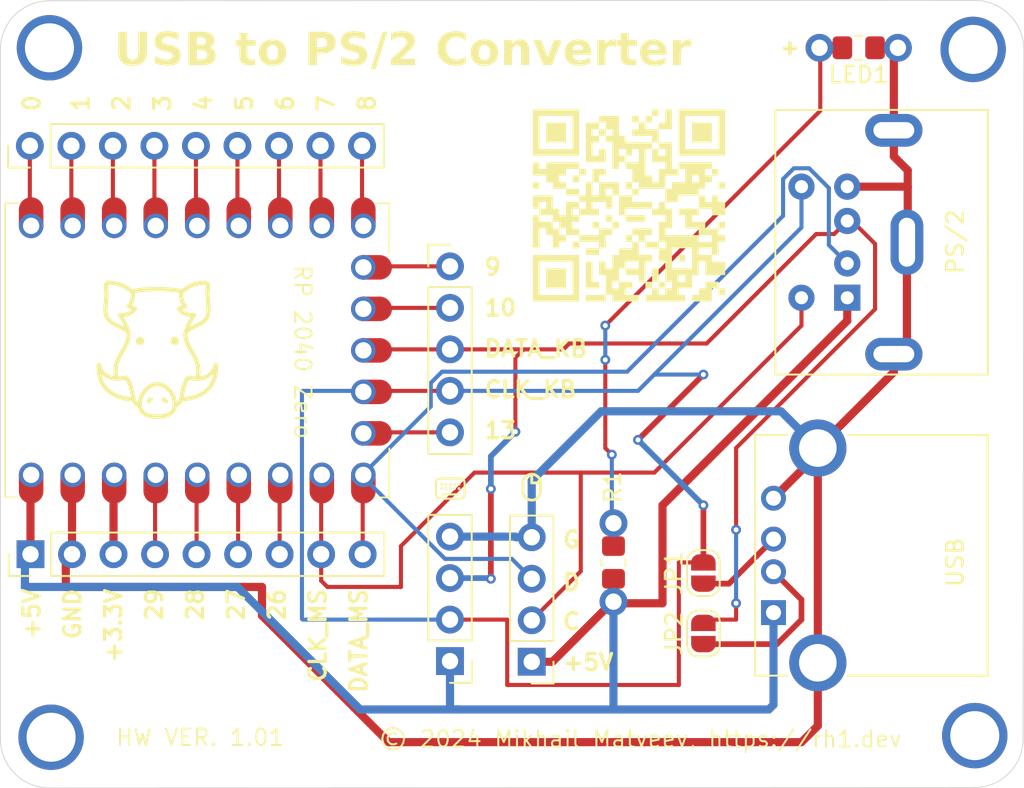
<source format=kicad_pcb>
(kicad_pcb (version 20240108) (generator "pcbnew") (generator_version "8.0")
  (layers (0 "F.Cu" signal) (31 "B.Cu" signal) (34 "B.Paste" user) (35 "F.Paste" user) (36 "B.SilkS" user "B.Silkscreen") (37 "F.SilkS" user "F.Silkscreen") (38 "B.Mask" user) (39 "F.Mask" user) (44 "Edge.Cuts" user))
  (net 0 "")
  (net 1 "GND")
  (net 2 "+5V")
  (net 3 "/CLK_KB")
  (net 4 "/DATA_KB")
  (net 5 "/DATA_MS")
  (net 6 "/CLK_MS")
  (net 7 "/GP3")
  (net 8 "/GP6")
  (net 9 "/GP5")
  (net 10 "/GP26")
  (net 11 "/GP1")
  (net 12 "/GP13")
  (net 13 "/GP10")
  (net 14 "/GP8")
  (net 15 "/GP4")
  (net 16 "+3.3V")
  (net 17 "/GP7")
  (net 18 "/GP0")
  (net 19 "/GP9")
  (net 20 "/GP2")
  (net 21 "/GP27")
  (net 22 "/GP28")
  (net 23 "/GP29")
  (net 24 "Net-(JP1-A)")
  (net 25 "Net-(JP2-A)")
  (net 26 "Net-(LED1-A)")
  (footprint "mcu:rp2040-zero-tht" (layer "F.Cu") (at 128.84 97.12 90)
    (property "Reference" "RZ1" (hide yes))
    (property "Value" "RP2040-Zero" (hide yes))
  )
  (footprint "Connector_PinHeader_2.54mm:PinHeader_1x09_P2.54mm_Vertical" (layer "F.Cu") (at 118.64 109.6 90)
    (property "Reference" "RPZC1" (hide yes))
    (property "Value" "Conn_01x09_Pin" (hide yes))
  )
  (footprint "Connector_PinHeader_2.54mm:PinHeader_1x04_P2.54mm_Vertical" (layer "F.Cu") (at 144.3 116.14 180)
    (property "Reference" "KEYBOARD1" (hide yes))
    (property "Value" "Connector_Keyboard" (hide yes))
  )
  (footprint "Resistor_SMD:R_0805_Medved" (layer "F.Cu") (at 169.3 78.6 180)
    (property "Reference" "LED1")
    (property "Value" "LED_Small" (hide yes))
  )
  (footprint "ps2usb:qrcode_15" (layer "F.Cu") (at 155.25 88.25)
    (property "Reference" "G***" (hide yes))
    (property "Value" "LOGO" (hide yes))
  )
  (footprint "Custom_Components:Connector_Mini-DIN_Female_6Pin_2rows" (layer "F.Cu") (at 168.6 89.2 90)
    (property "Reference" "PS/2")
    (property "Value" "~" (hide yes))
  )
  (footprint "Jumper:SolderJumper-2_P1.3mm_Open_RoundedPad1.0x1.5mm" (layer "F.Cu") (at 159.8 114.45 90)
    (property "Reference" "JP2")
    (property "Value" "Jumper_2_Open" (hide yes))
  )
  (footprint "Resistor_SMD:R_0805_Medved" (layer "F.Cu") (at 154.3 110.1 90)
    (property "Reference" "R1")
    (property "Value" "R" (hide yes))
  )
  (footprint "Connector_USB:USB_A_CONNFLY_DS1095-WNR0" (layer "F.Cu") (at 164.09 113.17 90)
    (property "Reference" "USB1" (hide yes))
    (property "Value" "USB_A" (hide yes))
  )
  (footprint "Connector_PinHeader_2.54mm:PinHeader_1x09_P2.54mm_Vertical" (layer "F.Cu") (at 118.6 84.6 90)
    (property "Reference" "RPZC3" (hide yes))
    (property "Value" "Conn_01x09_Pin" (hide yes))
  )
  (footprint "Connector_PinHeader_2.54mm:PinHeader_1x04_P2.54mm_Vertical" (layer "F.Cu") (at 149.3 116.18 180)
    (property "Reference" "MOUSE1" (hide yes))
    (property "Value" "Connector_Mouse" (hide yes))
  )
  (footprint "Connector_PinHeader_2.54mm:PinHeader_1x05_P2.54mm_Vertical" (layer "F.Cu") (at 144.3 91.98)
    (property "Reference" "RPZC2" (hide yes))
    (property "Value" "Conn_01x05_Pin" (hide yes))
  )
  (footprint "Jumper:SolderJumper-2_P1.3mm_Open_RoundedPad1.0x1.5mm" (layer "F.Cu") (at 159.8 110.75 90)
    (property "Reference" "JP1")
    (property "Value" "Jumper_2_Open" (hide yes))
  )
  (gr_poly (pts (xy 129.326278 92.843498) (xy 129.344689 92.844921) (xy 129.362794 92.847279) (xy 129.380569 92.850562) (xy 129.397988 92.854758) (xy 129.415029 92.859857) (xy 129.431667 92.865846) (xy 129.447878 92.872716) (xy 129.463637 92.880456) (xy 129.478921 92.889053) (xy 129.493705 92.898498) (xy 129.507965 92.90878) (xy 129.521678 92.919886) (xy 129.534818 92.931808) (xy 129.547362 92.944532) (xy 129.559286 92.958049) (xy 129.571411 92.973495) (xy 129.582578 92.989611) (xy 129.592778 93.006357) (xy 129.601999 93.02369) (xy 129.610231 93.041568) (xy 129.617466 93.059951) (xy 129.623693 93.078796) (xy 129.628901 93.098061) (xy 129.633081 93.117705) (xy 129.636223 93.137686) (xy 129.638316 93.157963) (xy 129.639351 93.178493) (xy 129.639318 93.199236) (xy 129.638207 93.220149) (xy 129.636007 93.241191) (xy 129.632708 93.262319) (xy 129.62331 93.319287) (xy 129.615767 93.376218) (xy 129.609956 93.433097) (xy 129.605749 93.489912) (xy 129.603023 93.54665) (xy 129.601653 93.603298) (xy 129.602476 93.716272) (xy 129.607216 93.828729) (xy 129.614872 93.940564) (xy 129.634924 94.161952) (xy 129.647665 94.297482) (xy 129.658149 94.430635) (xy 129.661896 94.49617) (xy 129.6643 94.560931) (xy 129.665102 94.624856) (xy 129.664043 94.687886) (xy 129.660862 94.74996) (xy 129.655302 94.811018) (xy 129.647101 94.871) (xy 129.636001 94.929845) (xy 129.621742 94.987493) (xy 129.604065 95.043884) (xy 129.58271 95.098957) (xy 129.557418 95.152652) (xy 129.540831 95.183352) (xy 129.523325 95.213028) (xy 129.485706 95.269425) (xy 129.444858 95.322079) (xy 129.401076 95.371227) (xy 129.354658 95.417107) (xy 129.305901 95.459955) (xy 129.2551 95.50001) (xy 129.202554 95.537507) (xy 129.148558 95.572684) (xy 129.093409 95.605779) (xy 129.037404 95.637028) (xy 128.980839 95.666669) (xy 128.867219 95.722075) (xy 128.75492 95.773894) (xy 128.650758 95.822261) (xy 128.602715 95.845448) (xy 128.557436 95.868183) (xy 128.514976 95.890623) (xy 128.475388 95.912928) (xy 128.438728 95.935255) (xy 128.405048 95.957764) (xy 128.389343 95.969136) (xy 128.374404 95.980613) (xy 128.360237 95.992214) (xy 128.346849 96.003959) (xy 128.334247 96.015869) (xy 128.322438 96.027962) (xy 128.311428 96.04026) (xy 128.301225 96.052781) (xy 128.291834 96.065545) (xy 128.283263 96.078573) (xy 128.275519 96.091884) (xy 128.268608 96.105497) (xy 128.262538 96.119434) (xy 128.257314 96.133712) (xy 128.252944 96.148353) (xy 128.249434 96.163377) (xy 128.252092 96.228623) (xy 128.258376 96.292393) (xy 128.268062 96.354809) (xy 128.280922 96.415997) (xy 128.296729 96.476079) (xy 128.315259 96.535181) (xy 128.336283 96.593425) (xy 128.359577 96.650937) (xy 128.384913 96.707841) (xy 128.412066 96.76426) (xy 128.440809 96.820319) (xy 128.470916 96.876142) (xy 128.534315 96.987576) (xy 128.600453 97.099555) (xy 128.679024 97.232853) (xy 128.757109 97.37184) (xy 128.795008 97.443881) (xy 128.83163 97.517839) (xy 128.866591 97.593881) (xy 128.899506 97.672171) (xy 128.929991 97.752875) (xy 128.957659 97.836158) (xy 128.982127 97.922185) (xy 129.00301 98.011122) (xy 129.019921 98.103134) (xy 129.032478 98.198386) (xy 129.040294 98.297043) (xy 129.042985 98.399271) (xy 129.042604 98.437302) (xy 129.041464 98.47532) (xy 129.039571 98.513311) (xy 129.03693 98.551258) (xy 129.033548 98.589146) (xy 129.02943 98.626959) (xy 129.024581 98.664683) (xy 129.019007 98.702301) (xy 129.046269 98.698089) (xy 129.073484 98.693305) (xy 129.10063 98.687937) (xy 129.127682 98.68197) (xy 129.154621 98.675392) (xy 129.181421 98.668188) (xy 129.208063 98.660347) (xy 129.234522 98.651853) (xy 129.260778 98.642694) (xy 129.286806 98.632855) (xy 129.312586 98.622325) (xy 129.338094 98.611088) (xy 129.363309 98.599133) (xy 129.388207 98.586444) (xy 129.412767 98.573009) (xy 129.436966 98.558814) (xy 129.474895 98.534439) (xy 129.511153 98.508392) (xy 129.545734 98.480681) (xy 129.578631 98.451313) (xy 129.609841 98.420298) (xy 129.639357 98.387642) (xy 129.667173 98.353355) (xy 129.693285 98.317444) (xy 129.717686 98.279917) (xy 129.740372 98.240783) (xy 129.761336 98.200049) (xy 129.780573 98.157723) (xy 129.798077 98.113813) (xy 129.813844 98.068328) (xy 129.827867 98.021275) (xy 129.840141 97.972663) (xy 129.841596 97.966941) (xy 129.843291 97.961332) (xy 129.845219 97.955842) (xy 129.847373 97.950476) (xy 129.849748 97.945239) (xy 129.852336 97.940135) (xy 129.855131 97.935169) (xy 129.858127 97.930346) (xy 129.861318 97.925671) (xy 129.864696 97.921149) (xy 129.868255 97.916785) (xy 129.87199 97.912584) (xy 129.879957 97.904688) (xy 129.888546 97.897501) (xy 129.897704 97.891061) (xy 129.907381 97.885409) (xy 129.917525 97.880581) (xy 129.922755 97.878489) (xy 129.928082 97.876618) (xy 129.933501 97.874973) (xy 129.939003 97.873558) (xy 129.944583 97.872379) (xy 129.950235 97.87144) (xy 129.955951 97.870747) (xy 129.961726 97.870304) (xy 129.967553 97.870115) (xy 129.973425 97.870187) (xy 129.979319 97.870512) (xy 129.985147 97.871092) (xy 129.990902 97.871922) (xy 129.996579 97.872997) (xy 130.002172 97.874311) (xy 130.007674 97.87586) (xy 130.013081 97.877638) (xy 130.018385 97.87964) (xy 130.023581 97.881861) (xy 130.028664 97.884295) (xy 130.033627 97.886937) (xy 130.038463 97.889783) (xy 130.043169 97.892826) (xy 130.047736 97.896061) (xy 130.05216 97.899484) (xy 130.056434 97.903088) (xy 130.060552 97.90687) (xy 130.06451 97.910823) (xy 130.068299 97.914942) (xy 130.071916 97.919223) (xy 130.075353 97.923659) (xy 130.078605 97.928246) (xy 130.081666 97.932978) (xy 130.08453 97.93785) (xy 130.08719 97.942857) (xy 130.089642 97.947994) (xy 130.091879 97.953256) (xy 130.093895 97.958636) (xy 130.095684 97.964131) (xy 130.09724 97.969734) (xy 130.098558 97.975441) (xy 130.099631 97.981245) (xy 130.10561 98.027623) (xy 130.113572 98.134622) (xy 130.115521 98.207549) (xy 130.114635 98.291664) (xy 130.109805 98.385644) (xy 130.09992 98.488166) (xy 130.083871 98.597909) (xy 130.060546 98.71355) (xy 130.028837 98.833765) (xy 129.987633 98.957232) (xy 129.935824 99.08263) (xy 129.8723 99.208634) (xy 129.835798 99.271451) (xy 129.795951 99.333923) (xy 129.75262 99.395886) (xy 129.705666 99.457174) (xy 129.633872 99.541203) (xy 129.556901 99.620639) (xy 129.474778 99.69547) (xy 129.387524 99.765688) (xy 129.295163 99.831283) (xy 129.197718 99.892246) (xy 129.095211 99.948566) (xy 128.987666 100.000235) (xy 128.875105 100.047242) (xy 128.757552 100.089579) (xy 128.635028 100.127235) (xy 128.507558 100.160201) (xy 128.375164 100.188467) (xy 128.237869 100.212023) (xy 128.095696 100.230861) (xy 127.948668 100.24497) (xy 127.934701 100.277003) (xy 127.919563 100.307719) (xy 127.903247 100.337126) (xy 127.885748 100.36523) (xy 127.867061 100.392037) (xy 127.847181 100.417555) (xy 127.826103 100.44179) (xy 127.803821 100.464749) (xy 127.78033 100.486437) (xy 127.755625 100.506863) (xy 127.729701 100.526033) (xy 127.702553 100.543952) (xy 127.674174 100.560629) (xy 127.644561 100.576069) (xy 127.613707 100.590279) (xy 127.581608 100.603266) (xy 127.572935 100.645746) (xy 127.562407 100.686979) (xy 127.550026 100.72696) (xy 127.535794 100.765684) (xy 127.519712 100.803144) (xy 127.501782 100.839336) (xy 127.482006 100.874253) (xy 127.460386 100.90789) (xy 127.436923 100.940242) (xy 127.411618 100.971303) (xy 127.384475 101.001068) (xy 127.355494 101.029531) (xy 127.324677 101.056686) (xy 127.292026 101.082528) (xy 127.257543 101.107051) (xy 127.221229 101.13025) (xy 127.183002 101.152164) (xy 127.143109 101.172628) (xy 127.101529 101.191648) (xy 127.058239 101.209228) (xy 127.013216 101.225373) (xy 126.966438 101.240089) (xy 126.917883 101.253379) (xy 126.867527 101.265249) (xy 126.815348 101.275705) (xy 126.761324 101.28475) (xy 126.705432 101.29239) (xy 126.64765 101.298631) (xy 126.587955 101.303475) (xy 126.526325 101.30693) (xy 126.462737 101.308999) (xy 126.397168 101.309687) (xy 126.331599 101.308999) (xy 126.268011 101.30693) (xy 126.206381 101.303475) (xy 126.146686 101.29863) (xy 126.088904 101.29239) (xy 126.033012 101.28475) (xy 125.978989 101.275705) (xy 125.926811 101.265249) (xy 125.876456 101.253379) (xy 125.827901 101.240088) (xy 125.781125 101.225373) (xy 125.736103 101.209228) (xy 125.692815 101.191648) (xy 125.651237 101.172628) (xy 125.611347 101.152163) (xy 125.573123 101.130249) (xy 125.536705 101.106979) (xy 125.502129 101.082377) (xy 125.469395 101.056451) (xy 125.438505 101.029204) (xy 125.409462 101.000642) (xy 125.382267 100.970771) (xy 125.356922 100.939596) (xy 125.333429 100.907123) (xy 125.311789 100.873357) (xy 125.292005 100.838304) (xy 125.274078 100.801968) (xy 125.25801 100.764356) (xy 125.243802 100.725472) (xy 125.231458 100.685323) (xy 125.220977 100.643913) (xy 125.212364 100.601249) (xy 125.180246 100.588106) (xy 125.149381 100.573776) (xy 125.119763 100.558252) (xy 125.091387 100.541529) (xy 125.064248 100.5236) (xy 125.03834 100.504459) (xy 125.013658 100.484099) (xy 124.990196 100.462514) (xy 124.96795 100.439698) (xy 124.946914 100.415644) (xy 124.94576 100.414172) (xy 125.46094 100.414172) (xy 125.462235 100.465893) (xy 125.466749 100.519046) (xy 125.475428 100.572975) (xy 125.489216 100.62702) (xy 125.509059 100.680525) (xy 125.535901 100.732829) (xy 125.552242 100.758326) (xy 125.570687 100.783276) (xy 125.591355 100.807597) (xy 125.614363 100.831207) (xy 125.639829 100.854024) (xy 125.667872 100.875964) (xy 125.69861 100.896947) (xy 125.732161 100.916889) (xy 125.768643 100.935709) (xy 125.808174 100.953323) (xy 125.850872 100.969651) (xy 125.896855 100.984609) (xy 125.946242 100.998116) (xy 125.99915 101.010089) (xy 126.055698 101.020445) (xy 126.116004 101.029103) (xy 126.180186 101.03598) (xy 126.248362 101.040994) (xy 126.32065 101.044063) (xy 126.397168 101.045104) (xy 126.473685 101.044063) (xy 126.545971 101.040994) (xy 126.614146 101.03598) (xy 126.678326 101.029103) (xy 126.738631 101.020445) (xy 126.795178 101.010089) (xy 126.848085 100.998116) (xy 126.897471 100.984609) (xy 126.943454 100.969651) (xy 126.986151 100.953323) (xy 127.025681 100.935709) (xy 127.062162 100.916889) (xy 127.095712 100.896947) (xy 127.126449 100.875964) (xy 127.154492 100.854024) (xy 127.179958 100.831207) (xy 127.202966 100.807597) (xy 127.223633 100.783276) (xy 127.242078 100.758326) (xy 127.258419 100.732829) (xy 127.272773 100.706868) (xy 127.28526 100.680525) (xy 127.295997 100.653881) (xy 127.305103 100.62702) (xy 127.312695 100.600024) (xy 127.318891 100.572975) (xy 127.32757 100.519046) (xy 127.332084 100.465893) (xy 127.333379 100.414172) (xy 127.33219 100.366746) (xy 127.328658 100.318964) (xy 127.322835 100.270946) (xy 127.314777 100.222816) (xy 127.304535 100.174694) (xy 127.292162 100.126705) (xy 127.277713 100.078969) (xy 127.26124 100.031609) (xy 127.242797 99.984747) (xy 127.222437 99.938505) (xy 127.200212 99.893005) (xy 127.176177 99.84837) (xy 127.150384 99.804721) (xy 127.122886 99.762181) (xy 127.093738 99.720872) (xy 127.062992 99.680917) (xy 127.030701 99.642436) (xy 126.996918 99.605552) (xy 126.961698 99.570388) (xy 126.925092 99.537066) (xy 126.887154 99.505708) (xy 126.847938 99.476435) (xy 126.807497 99.449371) (xy 126.765884 99.424637) (xy 126.723151 99.402355) (xy 126.679354 99.382648) (xy 126.634543 99.365638) (xy 126.588774 99.351446) (xy 126.542098 99.340196) (xy 126.49457 99.332009) (xy 126.446242 99.327007) (xy 126.397168 99.325312) (xy 126.35639 99.326695) (xy 126.315304 99.330804) (xy 126.274017 99.337575) (xy 126.232633 99.346948) (xy 126.191257 99.358859) (xy 126.149994 99.373249) (xy 126.10895 99.390054) (xy 126.068228 99.409212) (xy 126.027935 99.430663) (xy 125.988175 99.454343) (xy 125.910675 99.508145) (xy 125.836568 99.570124) (xy 125.766695 99.639784) (xy 125.701895 99.716631) (xy 125.671661 99.757594) (xy 125.64301 99.800168) (xy 125.616047 99.844291) (xy 125.590878 99.889901) (xy 125.567608 99.936936) (xy 125.546341 99.985335) (xy 125.527183 100.035035) (xy 125.510238 100.085974) (xy 125.495612 100.138091) (xy 125.48341 100.191324) (xy 125.473737 100.24561) (xy 125.466698 100.300888) (xy 125.462397 100.357096) (xy 125.46094 100.414172) (xy 124.94576 100.414172) (xy 124.927083 100.390347) (xy 124.908452 100.3638) (xy 124.891015 100.335997) (xy 124.874767 100.306931) (xy 124.859702 100.276596) (xy 124.845816 100.244987) (xy 124.698773 100.230881) (xy 124.556585 100.212046) (xy 124.419277 100.188492) (xy 124.28687 100.160228) (xy 124.159388 100.127265) (xy 124.036854 100.08961) (xy 123.91929 100.047275) (xy 123.806719 100.000268) (xy 123.699165 99.948599) (xy 123.59665 99.892277) (xy 123.499197 99.831312) (xy 123.40683 99.765714) (xy 123.31957 99.695491) (xy 123.237442 99.620654) (xy 123.160467 99.541212) (xy 123.088669 99.457174) (xy 123.041714 99.395887) (xy 122.998381 99.333926) (xy 122.958533 99.271454) (xy 122.922029 99.208639) (xy 122.888732 99.145644) (xy 122.858502 99.082636) (xy 122.831201 99.019779) (xy 122.80669 98.957239) (xy 122.784831 98.895182) (xy 122.765484 98.833772) (xy 122.74851 98.773175) (xy 122.733772 98.713557) (xy 122.72113 98.655082) (xy 122.710446 98.597916) (xy 122.709182 98.589275) (xy 122.979396 98.589275) (xy 122.987968 98.631084) (xy 122.997729 98.673598) (xy 123.008747 98.716732) (xy 123.02109 98.760396) (xy 123.034824 98.804505) (xy 123.050017 98.848971) (xy 123.066737 98.893707) (xy 123.085052 98.938626) (xy 123.105027 98.98364) (xy 123.126732 99.028663) (xy 123.150233 99.073606) (xy 123.175598 99.118384) (xy 123.202894 99.162909) (xy 123.232189 99.207093) (xy 123.26355 99.25085) (xy 123.297045 99.294092) (xy 123.35723 99.364264) (xy 123.421854 99.430781) (xy 123.4909 99.493633) (xy 123.56435 99.552814) (xy 123.642185 99.608315) (xy 123.724387 99.66013) (xy 123.810939 99.70825) (xy 123.901822 99.752668) (xy 123.997019 99.793377) (xy 124.096512 99.830369) (xy 124.200282 99.863636) (xy 124.308311 99.893171) (xy 124.420582 99.918966) (xy 124.537076 99.941014) (xy 124.657776 99.959307) (xy 124.782664 99.973838) (xy 124.764745 99.880189) (xy 124.742809 99.77335) (xy 124.717037 99.657383) (xy 124.70277 99.597246) (xy 124.687612 99.53635) (xy 124.67589 99.491305) (xy 124.664312 99.448504) (xy 124.652888 99.40789) (xy 124.641628 99.369407) (xy 124.630543 99.332999) (xy 124.619643 99.298608) (xy 124.608939 99.266177) (xy 124.598442 99.235651) (xy 124.588162 99.206972) (xy 124.578109 99.180083) (xy 124.568294 99.154929) (xy 124.558727 99.131452) (xy 124.54942 99.109595) (xy 124.540381 99.089303) (xy 124.531623 99.070517) (xy 124.523155 99.053182) (xy 124.514988 99.03724) (xy 124.507132 99.022636) (xy 124.499599 99.009312) (xy 124.492397 98.997212) (xy 124.485539 98.986278) (xy 124.479034 98.976455) (xy 124.472892 98.967686) (xy 124.467126 98.959913) (xy 124.456757 98.947132) (xy 124.448012 98.937658) (xy 124.440975 98.931037) (xy 124.435729 98.926816) (xy 124.370624 98.941767) (xy 124.30226 98.954651) (xy 124.231022 98.965229) (xy 124.1573 98.973264) (xy 124.081481 98.97852) (xy 124.003953 98.980758) (xy 123.925104 98.979742) (xy 123.845321 98.975233) (xy 123.764993 98.966995) (xy 123.684508 98.95479) (xy 123.604252 98.938381) (xy 123.524615 98.917531) (xy 123.445983 98.892002) (xy 123.368745 98.861556) (xy 123.293289 98.825957) (xy 123.220002 98.784967) (xy 123.203085 98.774498) (xy 123.186417 98.763793) (xy 123.169999 98.752851) (xy 123.15383 98.741672) (xy 123.13791 98.730258) (xy 123.122242 98.718609) (xy 123.106823 98.706724) (xy 123.091656 98.694606) (xy 123.07674 98.682253) (xy 123.062076 98.669667) (xy 123.047663 98.656848) (xy 123.033504 98.643797) (xy 123.019597 98.630513) (xy 123.005943 98.616998) (xy 122.992543 98.603252) (xy 122.979396 98.589275) (xy 122.709182 98.589275) (xy 122.694394 98.488172) (xy 122.684508 98.385649) (xy 122.679677 98.291668) (xy 122.678791 98.207552) (xy 122.68074 98.134624) (xy 122.688704 98.027623) (xy 122.694688 97.981245) (xy 122.695759 97.975441) (xy 122.697076 97.969734) (xy 122.698631 97.964131) (xy 122.700419 97.958636) (xy 122.702434 97.953255) (xy 122.704671 97.947994) (xy 122.707122 97.942857) (xy 122.709782 97.93785) (xy 122.712646 97.932977) (xy 122.715706 97.928245) (xy 122.718958 97.923658) (xy 122.722396 97.919222) (xy 122.726012 97.914942) (xy 122.729802 97.910822) (xy 122.73376 97.906869) (xy 122.737879 97.903088) (xy 122.742154 97.899483) (xy 122.746578 97.89606) (xy 122.751146 97.892825) (xy 122.755851 97.889782) (xy 122.760689 97.886937) (xy 122.765652 97.884294) (xy 122.770735 97.88186) (xy 122.775932 97.87964) (xy 122.781237 97.877638) (xy 122.786643 97.87586) (xy 122.792146 97.874311) (xy 122.79774 97.872996) (xy 122.803417 97.871921) (xy 122.809172 97.871091) (xy 122.815 97.870511) (xy 122.820894 97.870186) (xy 122.826781 97.8701) (xy 122.83262 97.870276) (xy 122.838406 97.870708) (xy 122.844132 97.871392) (xy 122.849791 97.872323) (xy 122.855377 97.873496) (xy 122.860885 97.874906) (xy 122.866307 97.876548) (xy 122.871636 97.878416) (xy 122.876868 97.880507) (xy 122.881995 97.882815) (xy 122.887011 97.885335) (xy 122.891909 97.888063) (xy 122.896684 97.890992) (xy 122.901328 97.894119) (xy 122.905836 97.897438) (xy 122.9102 97.900945) (xy 122.914416 97.904634) (xy 122.918476 97.908501) (xy 122.922373 97.91254) (xy 122.926102 97.916746) (xy 122.929657 97.921116) (xy 122.93303 97.925643) (xy 122.936215 97.930322) (xy 122.939206 97.93515) (xy 122.941997 97.94012) (xy 122.944581 97.945228) (xy 122.946953 97.950469) (xy 122.949104 97.955838) (xy 122.95103 97.96133) (xy 122.952723 97.96694) (xy 122.954178 97.972663) (xy 122.966452 98.021272) (xy 122.980475 98.068323) (xy 122.996242 98.113807) (xy 123.013746 98.157715) (xy 123.032983 98.200041) (xy 123.053947 98.240775) (xy 123.076633 98.27991) (xy 123.101034 98.317438) (xy 123.127146 98.353349) (xy 123.154962 98.387638) (xy 123.184478 98.420294) (xy 123.215688 98.45131) (xy 123.248585 98.480679) (xy 123.283166 98.508391) (xy 123.319424 98.534438) (xy 123.357353 98.558814) (xy 123.379303 98.571732) (xy 123.401552 98.584022) (xy 123.424083 98.595694) (xy 123.446881 98.606757) (xy 123.469927 98.617222) (xy 123.493207 98.6271) (xy 123.516702 98.636401) (xy 123.540395 98.645135) (xy 123.564271 98.653312) (xy 123.588313 98.660943) (xy 123.612503 98.668038) (xy 123.636825 98.674607) (xy 123.685797 98.686211) (xy 123.735096 98.695835) (xy 123.729754 98.659008) (xy 123.725104 98.622083) (xy 123.721154 98.585073) (xy 123.717908 98.547994) (xy 123.715373 98.510859) (xy 123.713555 98.473684) (xy 123.71246 98.436483) (xy 123.712094 98.399287) (xy 123.976677 98.399287) (xy 123.977158 98.439228) (xy 123.978597 98.479149) (xy 123.98099 98.519027) (xy 123.984334 98.558835) (xy 123.988623 98.598548) (xy 123.993853 98.638142) (xy 124.00002 98.677591) (xy 124.007121 98.71687) (xy 124.057381 98.715406) (xy 124.106895 98.712438) (xy 124.155509 98.708056) (xy 124.20307 98.702349) (xy 124.249424 98.695407) (xy 124.29442 98.687321) (xy 124.337903 98.678179) (xy 124.37972 98.668071) (xy 124.388904 98.665887) (xy 124.398663 98.663976) (xy 124.408969 98.662407) (xy 124.419793 98.66125) (xy 124.431106 98.660574) (xy 124.442881 98.660448) (xy 124.455087 98.660941) (xy 124.467696 98.662122) (xy 124.48068 98.664061) (xy 124.49401 98.666827) (xy 124.507657 98.67049) (xy 124.521593 98.675117) (xy 124.535788 98.68078) (xy 124.550215 98.687546) (xy 124.564844 98.695485) (xy 124.579646 98.704667) (xy 124.615145 98.731522) (xy 124.634399 98.749335) (xy 124.654587 98.770768) (xy 124.67566 98.796342) (xy 124.697567 98.826579) (xy 124.720257 98.862) (xy 124.743679 98.903129) (xy 124.767784 98.950485) (xy 124.792521 99.004592) (xy 124.817838 99.06597) (xy 124.843686 99.135142) (xy 124.870013 99.21263) (xy 124.89677 99.298955) (xy 124.923905 99.394638) (xy 124.951369 99.500202) (xy 124.976114 99.603263) (xy 124.998203 99.702161) (xy 125.017568 99.794773) (xy 125.03414 99.878976) (xy 125.058639 100.013657) (xy 125.071159 100.089214) (xy 125.076457 100.106087) (xy 125.0821 100.122395) (xy 125.088096 100.138146) (xy 125.094455 100.153349) (xy 125.101183 100.168013) (xy 125.108291 100.182146) (xy 125.115786 100.195757) (xy 125.123677 100.208855) (xy 125.131972 100.221449) (xy 125.140681 100.233546) (xy 125.14981 100.245156) (xy 125.15937 100.256288) (xy 125.169368 100.266949) (xy 125.179813 100.27715) (xy 125.190714 100.286897) (xy 125.202078 100.296201) (xy 125.208763 100.239365) (xy 125.217941 100.182507) (xy 125.22956 100.125749) (xy 125.243569 100.069208) (xy 125.259917 100.013005) (xy 125.278551 99.957261) (xy 125.299421 99.902093) (xy 125.322475 99.847623) (xy 125.347662 99.793969) (xy 125.37493 99.741252) (xy 125.404227 99.689592) (xy 125.435503 99.639107) (xy 125.468705 99.589918) (xy 125.503783 99.542144) (xy 125.540684 99.495906) (xy 125.579357 99.451322) (xy 125.619752 99.408513) (xy 125.661815 99.367598) (xy 125.705497 99.328697) (xy 125.750745 99.29193) (xy 125.797508 99.257417) (xy 125.845735 99.225276) (xy 125.895373 99.195628) (xy 125.946372 99.168593) (xy 125.99868 99.14429) (xy 126.052246 99.122839) (xy 126.107018 99.10436) (xy 126.162944 99.088972) (xy 126.219974 99.076795) (xy 126.278056 99.067949) (xy 126.337137 99.062554) (xy 126.397168 99.060729) (xy 126.456526 99.06254) (xy 126.515495 99.067944) (xy 126.573994 99.0769) (xy 126.631939 99.089366) (xy 126.68925 99.105301) (xy 126.745843 99.124661) (xy 126.801636 99.147406) (xy 126.856548 99.173493) (xy 126.910497 99.202881) (xy 126.963399 99.235529) (xy 127.015174 99.271393) (xy 127.065738 99.310433) (xy 127.115011 99.352606) (xy 127.162908 99.39787) (xy 127.20935 99.446185) (xy 127.254252 99.497507) (xy 127.289474 99.541347) (xy 127.322967 99.586421) (xy 127.3547 99.632643) (xy 127.38464 99.679927) (xy 127.412756 99.728188) (xy 127.439017 99.77734) (xy 127.46339 99.827297) (xy 127.485843 99.877974) (xy 127.506346 99.929284) (xy 127.524865 99.981142) (xy 127.541369 100.033462) (xy 127.555827 100.086159) (xy 127.568206 100.139147) (xy 127.578475 100.192339) (xy 127.586602 100.245651) (xy 127.592555 100.298996) (xy 127.603836 100.289769) (xy 127.61465 100.280079) (xy 127.625007 100.269912) (xy 127.634919 100.259258) (xy 127.644396 100.248105) (xy 127.653449 100.236442) (xy 127.66209 100.224258) (xy 127.67033 100.211541) (xy 127.67818 100.198279) (xy 127.68565 100.184461) (xy 127.692753 100.170077) (xy 127.699498 100.155114) (xy 127.705897 100.139561) (xy 127.711961 100.123406) (xy 127.717701 100.106639) (xy 127.723128 100.089247) (xy 127.735631 100.013775) (xy 127.742898 99.973823) (xy 128.011605 99.973823) (xy 128.136493 99.959295) (xy 128.257194 99.941004) (xy 128.373689 99.918958) (xy 128.485961 99.893164) (xy 128.593992 99.863631) (xy 128.697764 99.830365) (xy 128.797258 99.793374) (xy 128.892457 99.752666) (xy 128.983343 99.708248) (xy 129.069898 99.660129) (xy 129.152103 99.608315) (xy 129.229941 99.552813) (xy 129.303393 99.493633) (xy 129.372442 99.430781) (xy 129.437069 99.364264) (xy 129.497257 99.294092) (xy 129.530746 99.250855) (xy 129.562103 99.207103) (xy 129.591394 99.162922) (xy 129.618688 99.1184) (xy 129.644051 99.073624) (xy 129.66755 99.028682) (xy 129.689254 98.983659) (xy 129.70923 98.938644) (xy 129.727544 98.893725) (xy 129.744265 98.848987) (xy 129.759459 98.804519) (xy 129.773194 98.760408) (xy 129.785537 98.71674) (xy 129.796556 98.673604) (xy 129.806318 98.631087) (xy 129.81489 98.589275) (xy 129.801744 98.603251) (xy 129.788344 98.616997) (xy 129.774692 98.630511) (xy 129.760787 98.643794) (xy 129.73222 98.669662) (xy 129.702644 98.694597) (xy 129.672063 98.718597) (xy 129.640477 98.741658) (xy 129.607889 98.763777) (xy 129.574301 98.78495) (xy 129.501011 98.82594) (xy 129.425552 98.86154) (xy 129.348312 98.891985) (xy 129.269678 98.917515) (xy 129.190039 98.938365) (xy 129.109782 98.954774) (xy 129.029295 98.966979) (xy 128.948966 98.975217) (xy 128.869183 98.979725) (xy 128.790333 98.980742) (xy 128.712805 98.978504) (xy 128.636986 98.973248) (xy 128.563264 98.965213) (xy 128.492026 98.954635) (xy 128.423661 98.941752) (xy 128.358557 98.9268) (xy 128.346258 98.937659) (xy 128.327111 98.959965) (xy 128.301792 98.997357) (xy 128.287029 99.02285) (xy 128.270976 99.05348) (xy 128.253717 99.089703) (xy 128.235336 99.131974) (xy 128.215919 99.180748) (xy 128.195548 99.236481) (xy 128.17431 99.299628) (xy 128.152287 99.370644) (xy 128.129565 99.449984) (xy 128.106227 99.538103) (xy 128.091126 99.598827) (xy 128.076918 99.658761) (xy 128.051264 99.774263) (xy 128.029436 99.880615) (xy 128.011605 99.973823) (xy 127.742898 99.973823) (xy 127.76013 99.879092) (xy 127.796079 99.702213) (xy 127.818177 99.603267) (xy 127.842934 99.500153) (xy 127.856702 99.446103) (xy 127.870395 99.394589) (xy 127.884005 99.345544) (xy 127.897528 99.298905) (xy 127.910955 99.254606) (xy 127.924282 99.21258) (xy 127.937502 99.172765) (xy 127.950608 99.135093) (xy 127.963594 99.0995) (xy 127.976454 99.065921) (xy 127.989182 99.03429) (xy 128.001771 99.004542) (xy 128.014214 98.976613) (xy 128.026506 98.950436) (xy 128.038641 98.925946) (xy 128.050611 98.903079) (xy 128.062411 98.881769) (xy 128.074034 98.861951) (xy 128.085474 98.843559) (xy 128.096725 98.826529) (xy 128.10778 98.810795) (xy 128.118632 98.796292) (xy 128.129277 98.782955) (xy 128.139707 98.770718) (xy 128.149915 98.759517) (xy 128.159897 98.749286) (xy 128.169645 98.739959) (xy 128.179152 98.731472) (xy 128.197423 98.716757) (xy 128.214657 98.704617) (xy 128.222078 98.699865) (xy 128.22946 98.695433) (xy 128.236797 98.691311) (xy 128.244088 98.687491) (xy 128.258513 98.680724) (xy 128.272708 98.675061) (xy 128.286642 98.670433) (xy 128.300289 98.66677) (xy 128.313617 98.664005) (xy 128.326601 98.662066) (xy 128.339209 98.660886) (xy 128.351415 98.660394) (xy 128.363189 98.660521) (xy 128.374503 98.661199) (xy 128.385328 98.662357) (xy 128.395635 98.663926) (xy 128.405396 98.665837) (xy 128.414583 98.668022) (xy 128.45227 98.677192) (xy 128.491327 98.685584) (xy 128.531641 98.693132) (xy 128.573099 98.699767) (xy 128.615589 98.705425) (xy 128.658998 98.710038) (xy 128.703214 98.713539) (xy 128.748123 98.715862) (xy 128.755183 98.676701) (xy 128.761317 98.63737) (xy 128.766518 98.597895) (xy 128.770785 98.5583) (xy 128.77411 98.518612) (xy 128.776491 98.478855) (xy 128.777923 98.439055) (xy 128.778402 98.399238) (xy 128.776039 98.310355) (xy 128.769157 98.224467) (xy 128.758069 98.141393) (xy 128.743085 98.06095) (xy 128.724519 97.982956) (xy 128.702682 97.90723) (xy 128.677885 97.833591) (xy 128.650441 97.761855) (xy 128.620661 97.691841) (xy 128.588857 97.623368) (xy 128.555341 97.556253) (xy 128.520425 97.490314) (xy 128.447639 97.36124) (xy 128.372994 97.234691) (xy 128.301775 97.114006) (xy 128.232317 96.991286) (xy 128.198986 96.928845) (xy 128.166981 96.865514) (xy 128.136596 96.801166) (xy 128.108127 96.735674) (xy 128.081869 96.668912) (xy 128.058116 96.600751) (xy 128.037163 96.531066) (xy 128.019306 96.459729) (xy 128.00484 96.386613) (xy 127.994059 96.311591) (xy 127.987259 96.234537) (xy 127.984734 96.155323) (xy 127.984734 96.155141) (xy 127.984668 96.150279) (xy 127.985773 96.112633) (xy 127.989086 96.073161) (xy 127.994603 96.031874) (xy 128.002319 95.988784) (xy 128.012232 95.943901) (xy 128.024336 95.897236) (xy 128.038629 95.848802) (xy 128.055107 95.798609) (xy 128.073765 95.746668) (xy 128.094601 95.69299) (xy 128.117609 95.637587) (xy 128.142786 95.58047) (xy 128.199633 95.461137) (xy 128.26511 95.335082) (xy 128.302651 95.266753) (xy 128.339481 95.201969) (xy 128.37498 95.141375) (xy 128.408531 95.085613) (xy 128.360234 95.079908) (xy 128.309509 95.072285) (xy 128.256818 95.062496) (xy 128.202624 95.050293) (xy 128.147389 95.035427) (xy 128.091577 95.017652) (xy 128.03565 94.996719) (xy 127.980071 94.972381) (xy 127.925302 94.94439) (xy 127.871808 94.912498) (xy 127.845682 94.895012) (xy 127.820049 94.876458) (xy 127.794966 94.856804) (xy 127.77049 94.836021) (xy 127.74668 94.814076) (xy 127.723593 94.79094) (xy 127.701288 94.76658) (xy 127.679821 94.740967) (xy 127.659251 94.714068) (xy 127.639636 94.685854) (xy 127.621034 94.656293) (xy 127.606004 94.629769) (xy 127.937589 94.629769) (xy 127.961465 94.650501) (xy 127.986369 94.669764) (xy 128.012187 94.68761) (xy 128.038801 94.704092) (xy 128.066096 94.719264) (xy 128.093955 94.733179) (xy 128.122262 94.745889) (xy 128.150902 94.757448) (xy 128.179756 94.76791) (xy 128.208711 94.777327) (xy 128.266454 94.793239) (xy 128.323201 94.805611) (xy 128.378023 94.814867) (xy 128.42999 94.821434) (xy 128.478173 94.825736) (xy 128.521643 94.828198) (xy 128.559469 94.829247) (xy 128.614476 94.828804) (xy 128.635758 94.827809) (xy 128.640509 94.827513) (xy 128.645243 94.82739) (xy 128.649958 94.827438) (xy 128.654648 94.827654) (xy 128.659311 94.828037) (xy 128.663941 94.828584) (xy 128.668536 94.829293) (xy 128.673092 94.830163) (xy 128.677604 94.83119) (xy 128.682069 94.832373) (xy 128.686484 94.833711) (xy 128.690843 94.835199) (xy 128.695143 94.836838) (xy 128.699381 94.838624) (xy 128.703553 94.840555) (xy 128.707654 94.84263) (xy 128.711681 94.844846) (xy 128.715631 94.847201) (xy 128.719498 94.849693) (xy 128.72328 94.852319) (xy 128.726972 94.855079) (xy 128.730571 94.857969) (xy 128.734072 94.860987) (xy 128.737473 94.864133) (xy 128.740768 94.867402) (xy 128.743955 94.870793) (xy 128.747029 94.874305) (xy 128.749987 94.877935) (xy 128.752824 94.88168) (xy 128.755537 94.88554) (xy 128.758122 94.889511) (xy 128.760575 94.893591) (xy 128.765026 94.90198) (xy 128.768833 94.910585) (xy 128.772 94.919371) (xy 128.774526 94.928305) (xy 128.776413 94.937351) (xy 128.777661 94.946476) (xy 128.778272 94.955645) (xy 128.778246 94.964824) (xy 128.777586 94.973978) (xy 128.77629 94.983074) (xy 128.774361 94.992076) (xy 128.7718 95.00095) (xy 128.768607 95.009662) (xy 128.764784 95.018178) (xy 128.760332 95.026462) (xy 128.75525 95.034482) (xy 128.721645 95.084645) (xy 128.6824 95.145536) (xy 128.638828 95.215625) (xy 128.59224 95.293383) (xy 128.54395 95.377279) (xy 128.495269 95.465783) (xy 128.447509 95.557366) (xy 128.401982 95.650498) (xy 128.431469 95.634982) (xy 128.461338 95.619796) (xy 128.491523 95.604898) (xy 128.52196 95.590246) (xy 128.583336 95.56151) (xy 128.644952 95.533254) (xy 128.745998 95.486699) (xy 128.846057 95.43834) (xy 128.895139 95.413044) (xy 128.943283 95.386767) (xy 128.990257 95.359335) (xy 129.035831 95.330569) (xy 129.079773 95.300295) (xy 129.121854 95.268335) (xy 129.161842 95.234514) (xy 129.199507 95.198654) (xy 129.217396 95.179905) (xy 129.234617 95.16058) (xy 129.251143 95.140657) (xy 129.266943 95.120115) (xy 129.28199 95.098931) (xy 129.296254 95.077083) (xy 129.309706 95.054549) (xy 129.322318 95.031307) (xy 129.341377 94.990384) (xy 129.35739 94.947662) (xy 129.370554 94.903188) (xy 129.381064 94.857009) (xy 129.389116 94.809175) (xy 129.394907 94.759733) (xy 129.398632 94.70873) (xy 129.400489 94.656215) (xy 129.400671 94.602235) (xy 129.399377 94.546838) (xy 129.39314 94.431985) (xy 129.383346 94.31204) (xy 129.371564 94.187385) (xy 129.350925 93.958225) (xy 129.342943 93.839122) (xy 129.338053 93.717556) (xy 129.337404 93.593942) (xy 129.33903 93.531496) (xy 129.342147 93.468694) (xy 129.3469 93.405588) (xy 129.353432 93.342229) (xy 129.361886 93.278668) (xy 129.372407 93.214959) (xy 129.373453 93.208442) (xy 129.37421 93.201994) (xy 129.374681 93.195629) (xy 129.374869 93.189362) (xy 129.374778 93.183211) (xy 129.37441 93.17719) (xy 129.373767 93.171314) (xy 129.372854 93.1656) (xy 129.371672 93.160062) (xy 129.370225 93.154718) (xy 129.368516 93.149581) (xy 129.366547 93.144668) (xy 129.364322 93.139994) (xy 129.361843 93.135575) (xy 129.359113 93.131426) (xy 129.356136 93.127564) (xy 129.353978 93.125127) (xy 129.351711 93.122851) (xy 129.349331 93.120736) (xy 129.346838 93.11878) (xy 129.34423 93.116985) (xy 129.341506 93.115348) (xy 129.338665 93.113869) (xy 129.335705 93.112549) (xy 129.332624 93.111386) (xy 129.329423 93.110379) (xy 129.326098 93.109529) (xy 129.322649 93.108835) (xy 129.319075 93.108296) (xy 129.315373 93.107911) (xy 129.311544 93.107681) (xy 129.307584 93.107604) (xy 129.267354 93.108205) (xy 129.226081 93.109991) (xy 129.183893 93.112937) (xy 129.140912 93.117019) (xy 129.097263 93.122212) (xy 129.05307 93.128492) (xy 128.963551 93.144214) (xy 128.873351 93.163987) (xy 128.783463 93.187616) (xy 128.738947 93.200814) (xy 128.694882 93.214902) (xy 128.651393 93.229856) (xy 128.608604 93.245651) (xy 128.571578 93.260247) (xy 128.533166 93.276347) (xy 128.493599 93.293999) (xy 128.453111 93.313252) (xy 128.411935 93.334153) (xy 128.370303 93.35675) (xy 128.328447 93.381091) (xy 128.286601 93.407224) (xy 128.244996 93.435197) (xy 128.203867 93.465058) (xy 128.163444 93.496854) (xy 128.123962 93.530633) (xy 128.085653 93.566444) (xy 128.048748 93.604335) (xy 128.013482 93.644353) (xy 127.980087 93.686546) (xy 127.983917 93.761221) (xy 127.987416 93.801522) (xy 127.99218 93.843323) (xy 127.998368 93.886267) (xy 128.006137 93.929999) (xy 128.015645 93.974162) (xy 128.027049 94.018399) (xy 128.040506 94.062354) (xy 128.056176 94.105671) (xy 128.074215 94.147992) (xy 128.09478 94.188962) (xy 128.11803 94.228223) (xy 128.130711 94.247102) (xy 128.144122 94.26542) (xy 128.158283 94.283133) (xy 128.173214 94.300196) (xy 128.188934 94.316565) (xy 128.205463 94.332195) (xy 128.211798 94.338287) (xy 128.21767 94.344734) (xy 128.223071 94.351508) (xy 128.227991 94.358584) (xy 128.232422 94.365936) (xy 128.236357 94.373538) (xy 128.239785 94.381362) (xy 128.242699 94.389384) (xy 128.24509 94.397577) (xy 128.24695 94.405916) (xy 128.24827 94.414373) (xy 128.249042 94.422922) (xy 128.249257 94.431538) (xy 128.248906 94.440195) (xy 128.247981 94.448866) (xy 128.246474 94.457525) (xy 128.244397 94.466065) (xy 128.241781 94.474384) (xy 128.238644 94.48246) (xy 128.235004 94.490274) (xy 128.230881 94.497804) (xy 128.226291 94.50503) (xy 128.221254 94.511931) (xy 128.215788 94.518487) (xy 128.209911 94.524677) (xy 128.203641 94.53048) (xy 128.196996 94.535877) (xy 128.189996 94.540845) (xy 128.182657 94.545366) (xy 128.174999 94.549418) (xy 128.16704 94.55298) (xy 128.158797 94.556033) (xy 127.937589 94.629769) (xy 127.606004 94.629769) (xy 127.603502 94.625353) (xy 127.600234 94.618835) (xy 127.597344 94.612183) (xy 127.594834 94.605412) (xy 127.592704 94.59854) (xy 127.590955 94.591581) (xy 127.589588 94.584553) (xy 127.588604 94.577471) (xy 127.588004 94.570351) (xy 127.587789 94.563209) (xy 127.587959 94.556061) (xy 127.588517 94.548924) (xy 127.589461 94.541812) (xy 127.590795 94.534743) (xy 127.592518 94.527731) (xy 127.594631 94.520794) (xy 127.597136 94.513947) (xy 127.600017 94.507246) (xy 127.603243 94.500748) (xy 127.606805 94.494465) (xy 127.610689 94.488407) (xy 127.614884 94.482586) (xy 127.619379 94.477012) (xy 127.624162 94.471697) (xy 127.629221 94.466651) (xy 127.634545 94.461886) (xy 127.640122 94.457412) (xy 127.64594 94.45324) (xy 127.651988 94.449381) (xy 127.658255 94.445847) (xy 127.664728 94.442649) (xy 127.671396 94.439796) (xy 127.678247 94.437301) (xy 127.892543 94.365863) (xy 127.863983 94.31704) (xy 127.838568 94.266826) (xy 127.816121 94.215559) (xy 127.796469 94.163578) (xy 127.779435 94.111222) (xy 127.764845 94.058827) (xy 127.752523 94.006732) (xy 127.742295 93.955275) (xy 127.733984 93.904795) (xy 127.727416 93.855629) (xy 127.722415 93.808116) (xy 127.718807 93.762593) (xy 127.715067 93.678872) (xy 127.714793 93.607171) (xy 127.637828 93.592289) (xy 127.537349 93.575742) (xy 127.412577 93.558655) (xy 127.262737 93.542151) (xy 127.087052 93.527357) (xy 126.884743 93.515397) (xy 126.655035 93.507396) (xy 126.397151 93.504479) (xy 126.357927 93.504479) (xy 126.225447 93.505232) (xy 126.100105 93.507395) (xy 125.981804 93.510829) (xy 125.870446 93.515393) (xy 125.765934 93.520948) (xy 125.668171 93.527351) (xy 125.492499 93.542145) (xy 125.342653 93.558652) (xy 125.217852 93.575749) (xy 125.117317 93.592313) (xy 125.040269 93.60722) (xy 125.039995 93.678921) (xy 125.036254 93.76264) (xy 125.032646 93.808162) (xy 125.027646 93.855674) (xy 125.021077 93.904838) (xy 125.012767 93.955317) (xy 125.002538 94.006772) (xy 124.990216 94.058865) (xy 124.975626 94.111258) (xy 124.958593 94.163614) (xy 124.93894 94.215594) (xy 124.916494 94.266859) (xy 124.891078 94.317073) (xy 124.862519 94.365896) (xy 125.076815 94.437334) (xy 125.083666 94.439829) (xy 125.090334 94.442682) (xy 125.096807 94.445882) (xy 125.103073 94.449417) (xy 125.109122 94.453276) (xy 125.11494 94.457449) (xy 125.120517 94.461924) (xy 125.125841 94.46669) (xy 125.1309 94.471737) (xy 125.135683 94.477052) (xy 125.140178 94.482626) (xy 125.144373 94.488447) (xy 125.148257 94.494504) (xy 125.151819 94.500786) (xy 125.155045 94.507282) (xy 125.157926 94.51398) (xy 125.160431 94.520827) (xy 125.162545 94.527764) (xy 125.164268 94.534776) (xy 125.165603 94.541845) (xy 125.166549 94.548957) (xy 125.167107 94.556094) (xy 125.167279 94.563242) (xy 125.167064 94.570384) (xy 125.166465 94.577504) (xy 125.165481 94.584586) (xy 125.164115 94.591614) (xy 125.162365 94.598573) (xy 125.160234 94.605445) (xy 125.157722 94.612216) (xy 125.15483 94.618868) (xy 125.151559 94.625386) (xy 125.134029 94.656323) (xy 125.115428 94.685881) (xy 125.095814 94.714094) (xy 125.075245 94.74099) (xy 125.053779 94.766602) (xy 125.031473 94.79096) (xy 125.008387 94.814096) (xy 124.984576 94.83604) (xy 124.9601 94.856823) (xy 124.935017 94.876476) (xy 124.883257 94.912517) (xy 124.829761 94.944409) (xy 124.774991 94.972402) (xy 124.719411 94.996741) (xy 124.663482 95.017676) (xy 124.607669 95.035453) (xy 124.552433 95.050321) (xy 124.498239 95.062526) (xy 124.445549 95.072317) (xy 124.394825 95.079941) (xy 124.346532 95.085646) (xy 124.380092 95.141408) (xy 124.415596 95.202004) (xy 124.452428 95.266793) (xy 124.489969 95.335131) (xy 124.523784 95.398991) (xy 124.555446 95.461181) (xy 124.58495 95.521692) (xy 124.612292 95.58051) (xy 124.63747 95.637626) (xy 124.660478 95.693028) (xy 124.681313 95.746705) (xy 124.699972 95.798646) (xy 124.716449 95.848839) (xy 124.730743 95.897274) (xy 124.742847 95.943939) (xy 124.75276 95.988824) (xy 124.760476 96.031916) (xy 124.765993 96.073205) (xy 124.769306 96.11268) (xy 124.770411 96.150329) (xy 124.770344 96.155191) (xy 124.770344 96.155373) (xy 124.76782 96.234587) (xy 124.76102 96.311641) (xy 124.750239 96.386663) (xy 124.735773 96.459778) (xy 124.717916 96.531115) (xy 124.696963 96.600801) (xy 124.67321 96.668961) (xy 124.646952 96.735724) (xy 124.618482 96.801216) (xy 124.588098 96.865563) (xy 124.556093 96.928894) (xy 124.522762 96.991336) (xy 124.453304 97.114056) (xy 124.382085 97.23474) (xy 124.30744 97.36129) (xy 124.234654 97.490364) (xy 124.199738 97.556302) (xy 124.166222 97.623417) (xy 124.134418 97.69189) (xy 124.104638 97.761904) (xy 124.077194 97.83364) (xy 124.052397 97.90728) (xy 124.03056 97.983006) (xy 124.011994 98.060999) (xy 123.99701 98.141442) (xy 123.985922 98.224517) (xy 123.97904 98.310405) (xy 123.976677 98.399287) (xy 123.712094 98.399287) (xy 123.712093 98.399271) (xy 123.714784 98.297043) (xy 123.722601 98.198386) (xy 123.735157 98.103134) (xy 123.752069 98.011122) (xy 123.772952 97.922185) (xy 123.79742 97.836157) (xy 123.825089 97.752874) (xy 123.855574 97.672169) (xy 123.88849 97.593878) (xy 123.923453 97.517835) (xy 123.960076 97.443875) (xy 123.997976 97.371833) (xy 124.076066 97.232842) (xy 124.154642 97.099538) (xy 124.220781 96.987559) (xy 124.28418 96.876125) (xy 124.314286 96.820302) (xy 124.343029 96.764243) (xy 124.370182 96.707824) (xy 124.395518 96.65092) (xy 124.418812 96.593408) (xy 124.439837 96.535163) (xy 124.458366 96.476062) (xy 124.474174 96.41598) (xy 124.487033 96.354792) (xy 124.496719 96.292376) (xy 124.503004 96.228606) (xy 124.505662 96.163359) (xy 124.497779 96.133695) (xy 124.486482 96.10548) (xy 124.471826 96.078556) (xy 124.453864 96.052764) (xy 124.43265 96.027946) (xy 124.408239 96.003942) (xy 124.380685 95.980596) (xy 124.350041 95.957747) (xy 124.316362 95.935239) (xy 124.279703 95.912911) (xy 124.240116 95.890607) (xy 124.197657 95.868166) (xy 124.104337 95.822244) (xy 124.000175 95.773876) (xy 123.887882 95.722059) (xy 123.774263 95.666655) (xy 123.717699 95.637015) (xy 123.661694 95.605767) (xy 123.606544 95.572673) (xy 123.552548 95.537496) (xy 123.5 95.5) (xy 123.449199 95.459946) (xy 123.40044 95.417098) (xy 123.354022 95.371218) (xy 123.331782 95.347066) (xy 123.310239 95.322068) (xy 123.289429 95.296194) (xy 123.26939 95.269413) (xy 123.250158 95.241697) (xy 123.23177 95.213014) (xy 123.214264 95.183337) (xy 123.197677 95.152635) (xy 123.172385 95.098943) (xy 123.15103 95.043872) (xy 123.133353 94.987484) (xy 123.119094 94.929838) (xy 123.107994 94.870995) (xy 123.099794 94.811014) (xy 123.094233 94.749957) (xy 123.091052 94.687884) (xy 123.089993 94.624855) (xy 123.090277 94.60224) (xy 123.35443 94.60224) (xy 123.354612 94.656221) (xy 123.356468 94.708737) (xy 123.360192 94.75974) (xy 123.365982 94.809183) (xy 123.374033 94.857016) (xy 123.384542 94.903194) (xy 123.397705 94.947667) (xy 123.413718 94.990387) (xy 123.432776 95.031307) (xy 123.458841 95.077083) (xy 123.488151 95.120115) (xy 123.520477 95.16058) (xy 123.555588 95.198654) (xy 123.593253 95.234514) (xy 123.633242 95.268335) (xy 123.675323 95.300295) (xy 123.719266 95.330569) (xy 123.764841 95.359335) (xy 123.811816 95.386767) (xy 123.859961 95.413044) (xy 123.909045 95.43834) (xy 124.009108 95.486699) (xy 124.110159 95.533254) (xy 124.171768 95.56151) (xy 124.233145 95.590245) (xy 124.263584 95.604898) (xy 124.293771 95.619796) (xy 124.323641 95.634982) (xy 124.353129 95.650498) (xy 124.330725 95.603837) (xy 124.307598 95.557372) (xy 124.259836 95.465793) (xy 124.211154 95.377291) (xy 124.162865 95.293395) (xy 124.116279 95.215637) (xy 124.072709 95.145545) (xy 124.033466 95.08465) (xy 123.999861 95.034482) (xy 123.99477 95.026449) (xy 123.990307 95.01815) (xy 123.986474 95.009619) (xy 123.983272 95.00089) (xy 123.980701 94.991999) (xy 123.978764 94.98298) (xy 123.977462 94.973868) (xy 123.976797 94.964696) (xy 123.976768 94.9555) (xy 123.977379 94.946315) (xy 123.97863 94.937175) (xy 123.980523 94.928114) (xy 123.983058 94.919168) (xy 123.986238 94.91037) (xy 123.990063 94.901756) (xy 123.994536 94.89336) (xy 123.999599 94.885305) (xy 124.005175 94.877704) (xy 124.011233 94.870571) (xy 124.01774 94.863924) (xy 124.024667 94.857777) (xy 124.031982 94.852147) (xy 124.039654 94.847051) (xy 124.047651 94.842504) (xy 124.055943 94.838522) (xy 124.064499 94.835122) (xy 124.073286 94.832318) (xy 124.082275 94.830129) (xy 124.091434 94.828569) (xy 124.100731 94.827654) (xy 124.110136 94.827401) (xy 124.119618 94.827826) (xy 124.195768 94.829266) (xy 124.277018 94.82575) (xy 124.325184 94.821445) (xy 124.377136 94.814876) (xy 124.431946 94.805616) (xy 124.488684 94.793242) (xy 124.546421 94.777327) (xy 124.604226 94.757447) (xy 124.66117 94.733176) (xy 124.716323 94.704089) (xy 124.742938 94.687607) (xy 124.768756 94.669762) (xy 124.793662 94.6505) (xy 124.817539 94.629769) (xy 124.596314 94.556033) (xy 124.588072 94.552977) (xy 124.580113 94.549412) (xy 124.572455 94.545359) (xy 124.565116 94.540836) (xy 124.558115 94.535866) (xy 124.551471 94.530469) (xy 124.545201 94.524664) (xy 124.539324 94.518474) (xy 124.533857 94.511919) (xy 124.52882 94.505018) (xy 124.524231 94.497793) (xy 124.520107 94.490265) (xy 124.516468 94.482453) (xy 124.513331 94.474379) (xy 124.510715 94.466062) (xy 124.508638 94.457525) (xy 124.507131 94.448869) (xy 124.506206 94.4402) (xy 124.505855 94.431545) (xy 124.50607 94.422929) (xy 124.506841 94.41438) (xy 124.508161 94.405923) (xy 124.510021 94.397584) (xy 124.512412 94.389391) (xy 124.515326 94.381368) (xy 124.518755 94.373542) (xy 124.522689 94.36594) (xy 124.527121 94.358587) (xy 124.532041 94.35151) (xy 124.537441 94.344735) (xy 124.543313 94.338288) (xy 124.549648 94.332195) (xy 124.566174 94.316565) (xy 124.581892 94.300197) (xy 124.59682 94.283134) (xy 124.610979 94.265422) (xy 124.637067 94.228227) (xy 124.660314 94.188968) (xy 124.680878 94.148001) (xy 124.698915 94.105683) (xy 124.714584 94.062369) (xy 124.728042 94.018416) (xy 124.739446 93.97418) (xy 124.748954 93.930017) (xy 124.756724 93.886284) (xy 124.762912 93.843337) (xy 124.767677 93.801531) (xy 124.771177 93.761224) (xy 124.775007 93.686529) (xy 124.741609 93.644339) (xy 124.706341 93.604324) (xy 124.669436 93.566435) (xy 124.631125 93.530626) (xy 124.591643 93.496848) (xy 124.55122 93.465053) (xy 124.510091 93.435194) (xy 124.468488 93.407222) (xy 124.426642 93.38109) (xy 124.384787 93.356749) (xy 124.343156 93.334153) (xy 124.30198 93.313252) (xy 124.261493 93.293999) (xy 124.221928 93.276347) (xy 124.14649 93.245651) (xy 124.103701 93.229856) (xy 124.060212 93.214902) (xy 124.016147 93.200814) (xy 123.971632 93.187616) (xy 123.926789 93.175332) (xy 123.881744 93.163987) (xy 123.83662 93.153606) (xy 123.791543 93.144214) (xy 123.746636 93.135834) (xy 123.702024 93.128492) (xy 123.657832 93.122212) (xy 123.614183 93.117019) (xy 123.571202 93.112937) (xy 123.529013 93.109991) (xy 123.487741 93.108205) (xy 123.44751 93.107604) (xy 123.443551 93.107681) (xy 123.439721 93.107911) (xy 123.436018 93.108296) (xy 123.432443 93.108835) (xy 123.428993 93.109529) (xy 123.425668 93.110379) (xy 123.422465 93.111386) (xy 123.419384 93.112549) (xy 123.416423 93.113869) (xy 123.413581 93.115348) (xy 123.410857 93.116985) (xy 123.40825 93.11878) (xy 123.405758 93.120736) (xy 123.403379 93.122851) (xy 123.401113 93.125127) (xy 123.398959 93.127564) (xy 123.395982 93.131426) (xy 123.393252 93.135575) (xy 123.390773 93.139994) (xy 123.388547 93.144668) (xy 123.386579 93.149581) (xy 123.384869 93.154718) (xy 123.383422 93.160062) (xy 123.382241 93.1656) (xy 123.381327 93.171314) (xy 123.380685 93.177189) (xy 123.380317 93.183211) (xy 123.380225 93.189362) (xy 123.380414 93.195628) (xy 123.380885 93.201994) (xy 123.381642 93.208442) (xy 123.382687 93.214959) (xy 123.393208 93.278668) (xy 123.401663 93.342229) (xy 123.408195 93.405589) (xy 123.412947 93.468697) (xy 123.416065 93.5315) (xy 123.41769 93.593946) (xy 123.417042 93.717562) (xy 123.412152 93.839129) (xy 123.40417 93.958232) (xy 123.383531 94.187385) (xy 123.371753 94.312041) (xy 123.361962 94.431988) (xy 123.358301 94.490075) (xy 123.355725 94.546842) (xy 123.35443 94.60224) (xy 123.090277 94.60224) (xy 123.090795 94.56093) (xy 123.096946 94.430635) (xy 123.10743 94.297481) (xy 123.120171 94.161952) (xy 123.140221 93.940564) (xy 123.147875 93.828729) (xy 123.152613 93.716272) (xy 123.153435 93.603298) (xy 123.152064 93.54665) (xy 123.149339 93.489912) (xy 123.145134 93.433097) (xy 123.139323 93.376218) (xy 123.131783 93.319287) (xy 123.122387 93.262319) (xy 123.119089 93.241191) (xy 123.116889 93.22015) (xy 123.115777 93.199237) (xy 123.115744 93.178496) (xy 123.116779 93.157966) (xy 123.118873 93.13769) (xy 123.122014 93.11771) (xy 123.126194 93.098067) (xy 123.131403 93.078802) (xy 123.137629 93.059958) (xy 123.144864 93.041576) (xy 123.153097 93.023697) (xy 123.162318 93.006363) (xy 123.172517 92.989616) (xy 123.183684 92.973497) (xy 123.195809 92.958049) (xy 123.207732 92.944532) (xy 123.220276 92.931808) (xy 123.233416 92.919886) (xy 123.247127 92.90878) (xy 123.261386 92.898498) (xy 123.27617 92.889053) (xy 123.291452 92.880456) (xy 123.307211 92.872716) (xy 123.323421 92.865846) (xy 123.340058 92.859857) (xy 123.357099 92.854758) (xy 123.374519 92.850562) (xy 123.392294 92.847279) (xy 123.4104 92.844921) (xy 123.428814 92.843498) (xy 123.44751 92.843021) (xy 123.493527 92.843698) (xy 123.540679 92.845709) (xy 123.588825 92.849027) (xy 123.637825 92.853624) (xy 123.687536 92.859473) (xy 123.737818 92.866546) (xy 123.83953 92.884253) (xy 123.941829 92.906522) (xy 124.043588 92.933134) (xy 124.093911 92.947999) (xy 124.143675 92.963866) (xy 124.19274 92.980708) (xy 124.240963 92.998497) (xy 124.286938 93.016658) (xy 124.331995 93.035638) (xy 124.37612 93.055425) (xy 124.419295 93.076004) (xy 124.461505 93.097365) (xy 124.502733 93.119495) (xy 124.542963 93.14238) (xy 124.58218 93.166009) (xy 124.620367 93.190369) (xy 124.657508 93.215446) (xy 124.693588 93.24123) (xy 124.728589 93.267706) (xy 124.762496 93.294863) (xy 124.795293 93.322688) (xy 124.826963 93.351168) (xy 124.857491 93.380291) (xy 124.860086 93.3793) (xy 124.860737 93.379056) (xy 124.861391 93.378819) (xy 124.862051 93.37859) (xy 124.862717 93.378372) (xy 124.956668 93.354349) (xy 125.067658 93.332072) (xy 125.224497 93.307013) (xy 125.429564 93.28222) (xy 125.685239 93.260738) (xy 125.9939 93.245614) (xy 126.357927 93.239896) (xy 126.397151 93.239896) (xy 126.586234 93.241389) (xy 126.761178 93.245615) (xy 126.922281 93.252192) (xy 127.06984 93.26074) (xy 127.204152 93.270878) (xy 127.325515 93.282224) (xy 127.434226 93.294398) (xy 127.530583 93.30702) (xy 127.614883 93.319707) (xy 127.687424 93.332079) (xy 127.748503 93.343756) (xy 127.798417 93.354356) (xy 127.865942 93.370803) (xy 127.892378 93.378372) (xy 127.893044 93.37859) (xy 127.893704 93.378821) (xy 127.894358 93.379061) (xy 127.895009 93.379307) (xy 127.896306 93.379805) (xy 127.897603 93.38029) (xy 127.928132 93.351168) (xy 127.959802 93.322688) (xy 127.992599 93.294863) (xy 128.026506 93.267706) (xy 128.061507 93.24123) (xy 128.097587 93.215446) (xy 128.134728 93.190369) (xy 128.172915 93.166009) (xy 128.212132 93.14238) (xy 128.252362 93.119495) (xy 128.29359 93.097365) (xy 128.3358 93.076004) (xy 128.378975 93.055425) (xy 128.4231 93.035638) (xy 128.468157 93.016658) (xy 128.514132 92.998497) (xy 128.562352 92.980708) (xy 128.611414 92.963866) (xy 128.661176 92.947999) (xy 128.711498 92.933134) (xy 128.762237 92.919299) (xy 128.813254 92.906522) (xy 128.864406 92.894831) (xy 128.915553 92.884253) (xy 128.966553 92.874815) (xy 129.017265 92.866546) (xy 129.067548 92.859473) (xy 129.11726 92.853624) (xy 129.166262 92.849027) (xy 129.21441 92.845709) (xy 129.261565 92.843698) (xy 129.307584 92.843021)) (stroke (width -0.000001)) (fill solid) (layer "F.SilkS"))
  (gr_poly (pts (xy 144.323445 105.228712) (xy 144.327924 105.229053) (xy 144.332338 105.229614) (xy 144.336681 105.230389) (xy 144.340948 105.231374) (xy 144.345133 105.232563) (xy 144.349231 105.233949) (xy 144.353236 105.235528) (xy 144.357143 105.237294) (xy 144.360946 105.239242) (xy 144.364639 105.241366) (xy 144.368217 105.24366) (xy 144.371675 105.246119) (xy 144.375007 105.248737) (xy 144.378207 105.251509) (xy 144.38127 105.254429) (xy 144.38419 105.257492) (xy 144.386962 105.260692) (xy 144.38958 105.264024) (xy 144.392039 105.267482) (xy 144.394333 105.27106) (xy 144.396456 105.274753) (xy 144.398404 105.278556) (xy 144.40017 105.282463) (xy 144.401749 105.286468) (xy 144.403136 105.290566) (xy 144.404324 105.294751) (xy 144.405309 105.299018) (xy 144.406085 105.303361) (xy 144.406645 105.307775) (xy 144.406986 105.312253) (xy 144.407101 105.316792) (xy 144.406986 105.32133) (xy 144.406645 105.325809) (xy 144.406085 105.330223) (xy 144.405309 105.334566) (xy 144.404324 105.338833) (xy 144.403136 105.343018) (xy 144.401749 105.347116) (xy 144.40017 105.351121) (xy 144.398404 105.355028) (xy 144.396456 105.358831) (xy 144.394333 105.362524) (xy 144.392039 105.366102) (xy 144.38958 105.36956) (xy 144.386962 105.372892) (xy 144.38419 105.376092) (xy 144.38127 105.379155) (xy 144.378207 105.382075) (xy 144.375007 105.384847) (xy 144.371675 105.387465) (xy 144.368217 105.389924) (xy 144.364639 105.392218) (xy 144.360946 105.394342) (xy 144.357143 105.396289) (xy 144.353236 105.398056) (xy 144.349231 105.399635) (xy 144.345133 105.401021) (xy 144.340948 105.40221) (xy 144.336681 105.403195) (xy 144.332338 105.40397) (xy 144.327924 105.404531) (xy 144.323445 105.404872) (xy 144.318906 105.404986) (xy 144.314368 105.404872) (xy 144.309889 105.404531) (xy 144.305475 105.40397) (xy 144.301132 105.403195) (xy 144.296865 105.40221) (xy 144.292679 105.401021) (xy 144.288581 105.399635) (xy 144.284576 105.398056) (xy 144.28067 105.396289) (xy 144.276867 105.394342) (xy 144.273174 105.392218) (xy 144.269595 105.389924) (xy 144.266138 105.387465) (xy 144.262806 105.384847) (xy 144.259606 105.382075) (xy 144.256543 105.379155) (xy 144.253623 105.376092) (xy 144.250851 105.372892) (xy 144.248232 105.36956) (xy 144.245774 105.366102) (xy 144.24348 105.362524) (xy 144.241356 105.358831) (xy 144.239408 105.355028) (xy 144.237642 105.351121) (xy 144.236063 105.347116) (xy 144.234677 105.343018) (xy 144.233488 105.338833) (xy 144.232504 105.334566) (xy 144.231728 105.330223) (xy 144.231167 105.325809) (xy 144.230827 105.32133) (xy 144.230712 105.316792) (xy 144.230827 105.312253) (xy 144.231167 105.307775) (xy 144.231728 105.303361) (xy 144.232504 105.299018) (xy 144.233488 105.294751) (xy 144.234677 105.290566) (xy 144.236063 105.286468) (xy 144.237642 105.282463) (xy 144.239408 105.278556) (xy 144.241356 105.274753) (xy 144.24348 105.27106) (xy 144.245774 105.267482) (xy 144.248232 105.264024) (xy 144.250851 105.260692) (xy 144.253623 105.257492) (xy 144.256543 105.254429) (xy 144.259606 105.251509) (xy 144.262806 105.248737) (xy 144.266138 105.246119) (xy 144.269595 105.24366) (xy 144.273174 105.241366) (xy 144.276867 105.239242) (xy 144.28067 105.237294) (xy 144.284576 105.235528) (xy 144.288581 105.233949) (xy 144.292679 105.232563) (xy 144.296865 105.231374) (xy 144.301132 105.230389) (xy 144.305475 105.229614) (xy 144.309889 105.229053) (xy 144.314368 105.228712) (xy 144.318906 105.228597)) (stroke (width -0.000001)) (fill solid) (layer "F.SilkS"))
  (gr_poly (pts (xy 144.058861 105.493296) (xy 144.06334 105.493636) (xy 144.067754 105.494197) (xy 144.072097 105.494973) (xy 144.076364 105.495957) (xy 144.080549 105.497146) (xy 144.084647 105.498532) (xy 144.088652 105.500111) (xy 144.092559 105.501877) (xy 144.096362 105.503825) (xy 144.100055 105.505949) (xy 144.103633 105.508243) (xy 144.107091 105.510701) (xy 144.110423 105.51332) (xy 144.113623 105.516092) (xy 144.116686 105.519012) (xy 144.119606 105.522075) (xy 144.122378 105.525275) (xy 144.124996 105.528607) (xy 144.127455 105.532064) (xy 144.129749 105.535643) (xy 144.131873 105.539336) (xy 144.13382 105.543139) (xy 144.135587 105.547045) (xy 144.137166 105.55105) (xy 144.138552 105.555148) (xy 144.139741 105.559334) (xy 144.140726 105.563601) (xy 144.141501 105.567944) (xy 144.142062 105.572358) (xy 144.142403 105.576837) (xy 144.142517 105.581375) (xy 144.142403 105.585914) (xy 144.142062 105.590393) (xy 144.141501 105.594807) (xy 144.140726 105.59915) (xy 144.139741 105.603417) (xy 144.138552 105.607602) (xy 144.137166 105.6117) (xy 144.135587 105.615705) (xy 144.13382 105.619612) (xy 144.131873 105.623415) (xy 144.129749 105.627108) (xy 144.127455 105.630686) (xy 144.124996 105.634144) (xy 144.122378 105.637476) (xy 144.119606 105.640676) (xy 144.116686 105.643739) (xy 144.113623 105.646659) (xy 144.110423 105.649431) (xy 144.107091 105.652049) (xy 144.103633 105.654508) (xy 144.100055 105.656802) (xy 144.096362 105.658925) (xy 144.092559 105.660873) (xy 144.088652 105.662639) (xy 144.084647 105.664218) (xy 144.080549 105.665605) (xy 144.076364 105.666793) (xy 144.072097 105.667778) (xy 144.067754 105.668554) (xy 144.06334 105.669114) (xy 144.058861 105.669455) (xy 144.054323 105.66957) (xy 144.049784 105.669455) (xy 144.045306 105.669114) (xy 144.040892 105.668554) (xy 144.036549 105.667778) (xy 144.032282 105.666793) (xy 144.028097 105.665605) (xy 144.023999 105.664218) (xy 144.019994 105.662639) (xy 144.016087 105.660873) (xy 144.012284 105.658925) (xy 144.008591 105.656802) (xy 144.005013 105.654508) (xy 144.001555 105.652049) (xy 143.998223 105.649431) (xy 143.995023 105.646659) (xy 143.99196 105.643739) (xy 143.98904 105.640676) (xy 143.986268 105.637476) (xy 143.98365 105.634144) (xy 143.981191 105.630686) (xy 143.978897 105.627108) (xy 143.976773 105.623415) (xy 143.974825 105.619612) (xy 143.973059 105.615705) (xy 143.97148 105.6117) (xy 143.970094 105.607602) (xy 143.968905 105.603417) (xy 143.96792 105.59915) (xy 143.967145 105.594807) (xy 143.966584 105.590393) (xy 143.966243 105.585914) (xy 143.966128 105.581375) (xy 143.966243 105.576837) (xy 143.966584 105.572358) (xy 143.967145 105.567944) (xy 143.96792 105.563601) (xy 143.968905 105.559334) (xy 143.970094 105.555148) (xy 143.97148 105.55105) (xy 143.973059 105.547045) (xy 143.974825 105.543139) (xy 143.976773 105.539336) (xy 143.978897 105.535643) (xy 143.981191 105.532064) (xy 143.98365 105.528607) (xy 143.986268 105.525275) (xy 143.98904 105.522075) (xy 143.99196 105.519012) (xy 143.995023 105.516092) (xy 143.998223 105.51332) (xy 144.001555 105.510701) (xy 144.005013 105.508243) (xy 144.008591 105.505949) (xy 144.012284 105.503825) (xy 144.016087 105.501877) (xy 144.019994 105.500111) (xy 144.023999 105.498532) (xy 144.028097 105.497146) (xy 144.032282 105.495957) (xy 144.036549 105.494973) (xy 144.040892 105.494197) (xy 144.045306 105.493636) (xy 144.049784 105.493296) (xy 144.054323 105.493181)) (stroke (width -0.000001)) (fill solid) (layer "F.SilkS"))
  (gr_poly (pts (xy 144.588028 105.493296) (xy 144.592507 105.493636) (xy 144.596921 105.494197) (xy 144.601264 105.494973) (xy 144.605531 105.495957) (xy 144.609716 105.497146) (xy 144.613814 105.498532) (xy 144.617819 105.500111) (xy 144.621726 105.501877) (xy 144.625529 105.503825) (xy 144.629222 105.505949) (xy 144.632801 105.508243) (xy 144.636258 105.510701) (xy 144.63959 105.51332) (xy 144.64279 105.516092) (xy 144.645853 105.519012) (xy 144.648773 105.522075) (xy 144.651545 105.525275) (xy 144.654163 105.528607) (xy 144.656622 105.532064) (xy 144.658916 105.535643) (xy 144.66104 105.539336) (xy 144.662987 105.543139) (xy 144.664753 105.547045) (xy 144.666333 105.55105) (xy 144.667719 105.555148) (xy 144.668907 105.559334) (xy 144.669892 105.563601) (xy 144.670668 105.567944) (xy 144.671229 105.572358) (xy 144.671569 105.576837) (xy 144.671684 105.581375) (xy 144.671569 105.585914) (xy 144.671229 105.590393) (xy 144.670668 105.594807) (xy 144.669892 105.59915) (xy 144.668907 105.603417) (xy 144.667719 105.607602) (xy 144.666333 105.6117) (xy 144.664753 105.615705) (xy 144.662987 105.619612) (xy 144.66104 105.623415) (xy 144.658916 105.627108) (xy 144.656622 105.630686) (xy 144.654163 105.634144) (xy 144.651545 105.637476) (xy 144.648773 105.640676) (xy 144.645853 105.643739) (xy 144.64279 105.646659) (xy 144.63959 105.649431) (xy 144.636258 105.652049) (xy 144.632801 105.654508) (xy 144.629222 105.656802) (xy 144.625529 105.658925) (xy 144.621726 105.660873) (xy 144.617819 105.662639) (xy 144.613814 105.664218) (xy 144.609716 105.665605) (xy 144.605531 105.666793) (xy 144.601264 105.667778) (xy 144.596921 105.668554) (xy 144.592507 105.669114) (xy 144.588028 105.669455) (xy 144.58349 105.66957) (xy 144.578951 105.669455) (xy 144.574472 105.669114) (xy 144.570058 105.668554) (xy 144.565715 105.667778) (xy 144.561448 105.666793) (xy 144.557263 105.665605) (xy 144.553165 105.664218) (xy 144.54916 105.662639) (xy 144.545253 105.660873) (xy 144.54145 105.658925) (xy 144.537757 105.656802) (xy 144.534179 105.654508) (xy 144.530721 105.652049) (xy 144.527389 105.649431) (xy 144.524189 105.646659) (xy 144.521126 105.643739) (xy 144.518206 105.640676) (xy 144.515434 105.637476) (xy 144.512816 105.634144) (xy 144.510357 105.630686) (xy 144.508063 105.627108) (xy 144.505939 105.623415) (xy 144.503992 105.619612) (xy 144.502226 105.615705) (xy 144.500647 105.6117) (xy 144.49926 105.607602) (xy 144.498072 105.603417) (xy 144.497087 105.59915) (xy 144.496311 105.594807) (xy 144.49575 105.590393) (xy 144.49541 105.585914) (xy 144.495295 105.581375) (xy 144.49541 105.576837) (xy 144.49575 105.572358) (xy 144.496311 105.567944) (xy 144.497087 105.563601) (xy 144.498072 105.559334) (xy 144.49926 105.555148) (xy 144.500647 105.55105) (xy 144.502226 105.547045) (xy 144.503992 105.543139) (xy 144.505939 105.539336) (xy 144.508063 105.535643) (xy 144.510357 105.532064) (xy 144.512816 105.528607) (xy 144.515434 105.525275) (xy 144.518206 105.522075) (xy 144.521126 105.519012) (xy 144.524189 105.516092) (xy 144.527389 105.51332) (xy 144.530721 105.510701) (xy 144.534179 105.508243) (xy 144.537757 105.505949) (xy 144.54145 105.503825) (xy 144.545253 105.501877) (xy 144.54916 105.500111) (xy 144.553165 105.498532) (xy 144.557263 105.497146) (xy 144.561448 105.495957) (xy 144.565715 105.494973) (xy 144.570058 105.494197) (xy 144.574472 105.493636) (xy 144.578951 105.493296) (xy 144.58349 105.493181)) (stroke (width -0.000001)) (fill solid) (layer "F.SilkS"))
  (gr_poly (pts (xy 143.794278 105.228712) (xy 143.798757 105.229053) (xy 143.803171 105.229614) (xy 143.807514 105.230389) (xy 143.811781 105.231374) (xy 143.815966 105.232563) (xy 143.820064 105.233949) (xy 143.824069 105.235528) (xy 143.827976 105.237294) (xy 143.831779 105.239242) (xy 143.835472 105.241366) (xy 143.83905 105.24366) (xy 143.842508 105.246119) (xy 143.84584 105.248737) (xy 143.84904 105.251509) (xy 143.852103 105.254429) (xy 143.855023 105.257492) (xy 143.857795 105.260692) (xy 143.860413 105.264024) (xy 143.862872 105.267482) (xy 143.865166 105.27106) (xy 143.86729 105.274753) (xy 143.869237 105.278556) (xy 143.871003 105.282463) (xy 143.872583 105.286468) (xy 143.873969 105.290566) (xy 143.875158 105.294751) (xy 143.876142 105.299018) (xy 143.876918 105.303361) (xy 143.877479 105.307775) (xy 143.877819 105.312253) (xy 143.877934 105.316792) (xy 143.877819 105.32133) (xy 143.877479 105.325809) (xy 143.876918 105.330223) (xy 143.876142 105.334566) (xy 143.875158 105.338833) (xy 143.873969 105.343018) (xy 143.872583 105.347116) (xy 143.871003 105.351121) (xy 143.869237 105.355028) (xy 143.86729 105.358831) (xy 143.865166 105.362524) (xy 143.862872 105.366102) (xy 143.860413 105.36956) (xy 143.857795 105.372892) (xy 143.855023 105.376092) (xy 143.852103 105.379155) (xy 143.84904 105.382075) (xy 143.84584 105.384847) (xy 143.842508 105.387465) (xy 143.83905 105.389924) (xy 143.835472 105.392218) (xy 143.831779 105.394342) (xy 143.827976 105.396289) (xy 143.824069 105.398056) (xy 143.820064 105.399635) (xy 143.815966 105.401021) (xy 143.811781 105.40221) (xy 143.807514 105.403195) (xy 143.803171 105.40397) (xy 143.798757 105.404531) (xy 143.794278 105.404872) (xy 143.78974 105.404986) (xy 143.785201 105.404872) (xy 143.780722 105.404531) (xy 143.776309 105.40397) (xy 143.771966 105.403195) (xy 143.767699 105.40221) (xy 143.763513 105.401021) (xy 143.759416 105.399635) (xy 143.755411 105.398056) (xy 143.751504 105.396289) (xy 143.747701 105.394342) (xy 143.744008 105.392218) (xy 143.740429 105.389924) (xy 143.736972 105.387465) (xy 143.73364 105.384847) (xy 143.73044 105.382075) (xy 143.727377 105.379155) (xy 143.724457 105.376092) (xy 143.721685 105.372892) (xy 143.719066 105.36956) (xy 143.716608 105.366102) (xy 143.714313 105.362524) (xy 143.71219 105.358831) (xy 143.710242 105.355028) (xy 143.708476 105.351121) (xy 143.706897 105.347116) (xy 143.70551 105.343018) (xy 143.704322 105.338833) (xy 143.703337 105.334566) (xy 143.702561 105.330223) (xy 143.702001 105.325809) (xy 143.70166 105.32133) (xy 143.701545 105.316792) (xy 143.70166 105.312253) (xy 143.702001 105.307775) (xy 143.702561 105.303361) (xy 143.703337 105.299018) (xy 143.704322 105.294751) (xy 143.70551 105.290566) (xy 143.706897 105.286468) (xy 143.708476 105.282463) (xy 143.710242 105.278556) (xy 143.71219 105.274753) (xy 143.714313 105.27106) (xy 143.716608 105.267482) (xy 143.719066 105.264024) (xy 143.721685 105.260692) (xy 143.724457 105.257492) (xy 143.727377 105.254429) (xy 143.73044 105.251509) (xy 143.73364 105.248737) (xy 143.736972 105.246119) (xy 143.740429 105.24366) (xy 143.744008 105.241366) (xy 143.747701 105.239242) (xy 143.751504 105.237294) (xy 143.755411 105.235528) (xy 143.759416 105.233949) (xy 143.763513 105.232563) (xy 143.767699 105.231374) (xy 143.771966 105.230389) (xy 143.776309 105.229614) (xy 143.780722 105.229053) (xy 143.785201 105.228712) (xy 143.78974 105.228597)) (stroke (width -0.000001)) (fill solid) (layer "F.SilkS"))
  (gr_poly (pts (xy 126.800382 99.986922) (xy 126.806717 99.987376) (xy 126.813028 99.988133) (xy 126.819304 99.989192) (xy 126.825532 99.990554) (xy 126.831703 99.992219) (xy 126.837802 99.994186) (xy 126.84382 99.996457) (xy 126.849743 99.99903) (xy 126.855561 100.001905) (xy 126.861261 100.005084) (xy 126.866832 100.008565) (xy 126.872263 100.012348) (xy 126.87754 100.016435) (xy 126.882653 100.020824) (xy 126.88759 100.025516) (xy 127.019881 100.157807) (xy 127.024575 100.162742) (xy 127.028965 100.167854) (xy 127.033053 100.17313) (xy 127.036838 100.178558) (xy 127.04032 100.184128) (xy 127.043499 100.189828) (xy 127.046376 100.195644) (xy 127.048949 100.201567) (xy 127.05122 100.207584) (xy 127.053188 100.213683) (xy 127.054854 100.219852) (xy 127.056216 100.22608) (xy 127.057276 100.232355) (xy 127.058033 100.238666) (xy 127.058487 100.245) (xy 127.058639 100.251346) (xy 127.058487 100.257691) (xy 127.058033 100.264025) (xy 127.057276 100.270336) (xy 127.056216 100.276611) (xy 127.054854 100.282839) (xy 127.053188 100.289008) (xy 127.05122 100.295107) (xy 127.048949 100.301124) (xy 127.046376 100.307046) (xy 127.043499 100.312863) (xy 127.04032 100.318562) (xy 127.036838 100.324132) (xy 127.033053 100.329561) (xy 127.028965 100.334837) (xy 127.024575 100.339949) (xy 127.019881 100.344884) (xy 127.014946 100.349575) (xy 127.009835 100.353964) (xy 127.004559 100.358051) (xy 126.99913 100.361834) (xy 126.99356 100.365315) (xy 126.987861 100.368494) (xy 126.982044 100.371369) (xy 126.976122 100.373942) (xy 126.970105 100.376212) (xy 126.964005 100.37818) (xy 126.957835 100.379845) (xy 126.951606 100.381207) (xy 126.94533 100.382266) (xy 126.939018 100.383023) (xy 126.932682 100.383477) (xy 126.926334 100.383628) (xy 126.919987 100.383477) (xy 126.913651 100.383023) (xy 126.907339 100.382266) (xy 126.901063 100.381207) (xy 126.894833 100.379845) (xy 126.888663 100.37818) (xy 126.882564 100.376212) (xy 126.876547 100.373942) (xy 126.870624 100.371369) (xy 126.864808 100.368494) (xy 126.859108 100.365316) (xy 126.853539 100.361835) (xy 126.84811 100.358051) (xy 126.842834 100.353965) (xy 126.837723 100.349576) (xy 126.832787 100.344884) (xy 126.700496 100.212592) (xy 126.695803 100.207657) (xy 126.691412 100.202545) (xy 126.687324 100.197269) (xy 126.68354 100.19184) (xy 126.680057 100.18627) (xy 126.676878 100.180571) (xy 126.674002 100.174755) (xy 126.671428 100.168832) (xy 126.669157 100.162815) (xy 126.667189 100.156717) (xy 126.665523 100.150547) (xy 126.664161 100.144319) (xy 126.663101 100.138044) (xy 126.662344 100.131733) (xy 126.66189 100.125399) (xy 126.661739 100.119054) (xy 126.66189 100.112708) (xy 126.662344 100.106374) (xy 126.663101 100.100064) (xy 126.664161 100.093788) (xy 126.665523 100.08756) (xy 126.667189 100.081391) (xy 126.669157 100.075292) (xy 126.671428 100.069275) (xy 126.674002 100.063353) (xy 126.676878 100.057536) (xy 126.680057 100.051837) (xy 126.68354 100.046267) (xy 126.687324 100.040838) (xy 126.691412 100.035562) (xy 126.695803 100.030451) (xy 126.700496 100.025516) (xy 126.705431 100.020824) (xy 126.710543 100.016435) (xy 126.715819 100.012348) (xy 126.721248 100.008565) (xy 126.726817 100.005084) (xy 126.732517 100.001905) (xy 126.738334 99.99903) (xy 126.744256 99.996457) (xy 126.750273 99.994186) (xy 126.756372 99.992219) (xy 126.762541 99.990554) (xy 126.76877 99.989192) (xy 126.775045 99.988133) (xy 126.781356 99.987376) (xy 126.78769 99.986922) (xy 126.794036 99.98677)) (stroke (width -0.000001)) (fill solid) (layer "F.SilkS"))
  (gr_poly (pts (xy 144.588028 105.228712) (xy 144.592507 105.229053) (xy 144.596921 105.229614) (xy 144.601264 105.230389) (xy 144.605531 105.231374) (xy 144.609716 105.232563) (xy 144.613814 105.233949) (xy 144.617819 105.235528) (xy 144.621726 105.237294) (xy 144.625529 105.239242) (xy 144.629222 105.241366) (xy 144.632801 105.24366) (xy 144.636258 105.246119) (xy 144.63959 105.248737) (xy 144.64279 105.251509) (xy 144.645853 105.254429) (xy 144.648773 105.257492) (xy 144.651545 105.260692) (xy 144.654163 105.264024) (xy 144.656622 105.267482) (xy 144.658916 105.27106) (xy 144.66104 105.274753) (xy 144.662987 105.278556) (xy 144.664753 105.282463) (xy 144.666333 105.286468) (xy 144.667719 105.290566) (xy 144.668907 105.294751) (xy 144.669892 105.299018) (xy 144.670668 105.303361) (xy 144.671229 105.307775) (xy 144.671569 105.312253) (xy 144.671684 105.316792) (xy 144.671569 105.32133) (xy 144.671229 105.325809) (xy 144.670668 105.330223) (xy 144.669892 105.334566) (xy 144.668907 105.338833) (xy 144.667719 105.343018) (xy 144.666333 105.347116) (xy 144.664753 105.351121) (xy 144.662987 105.355028) (xy 144.66104 105.358831) (xy 144.658916 105.362524) (xy 144.656622 105.366102) (xy 144.654163 105.36956) (xy 144.651545 105.372892) (xy 144.648773 105.376092) (xy 144.645853 105.379155) (xy 144.64279 105.382075) (xy 144.63959 105.384847) (xy 144.636258 105.387465) (xy 144.632801 105.389924) (xy 144.629222 105.392218) (xy 144.625529 105.394342) (xy 144.621726 105.396289) (xy 144.617819 105.398056) (xy 144.613814 105.399635) (xy 144.609716 105.401021) (xy 144.605531 105.40221) (xy 144.601264 105.403195) (xy 144.596921 105.40397) (xy 144.592507 105.404531) (xy 144.588028 105.404872) (xy 144.58349 105.404986) (xy 144.578951 105.404872) (xy 144.574472 105.404531) (xy 144.570058 105.40397) (xy 144.565715 105.403195) (xy 144.561448 105.40221) (xy 144.557263 105.401021) (xy 144.553165 105.399635) (xy 144.54916 105.398056) (xy 144.545253 105.396289) (xy 144.54145 105.394342) (xy 144.537757 105.392218) (xy 144.534179 105.389924) (xy 144.530721 105.387465) (xy 144.527389 105.384847) (xy 144.524189 105.382075) (xy 144.521126 105.379155) (xy 144.518206 105.376092) (xy 144.515434 105.372892) (xy 144.512816 105.36956) (xy 144.510357 105.366102) (xy 144.508063 105.362524) (xy 144.505939 105.358831) (xy 144.503992 105.355028) (xy 144.502226 105.351121) (xy 144.500647 105.347116) (xy 144.49926 105.343018) (xy 144.498072 105.338833) (xy 144.497087 105.334566) (xy 144.496311 105.330223) (xy 144.49575 105.325809) (xy 144.49541 105.32133) (xy 144.495295 105.316792) (xy 144.49541 105.312253) (xy 144.49575 105.307775) (xy 144.496311 105.303361) (xy 144.497087 105.299018) (xy 144.498072 105.294751) (xy 144.49926 105.290566) (xy 144.500647 105.286468) (xy 144.502226 105.282463) (xy 144.503992 105.278556) (xy 144.505939 105.274753) (xy 144.508063 105.27106) (xy 144.510357 105.267482) (xy 144.512816 105.264024) (xy 144.515434 105.260692) (xy 144.518206 105.257492) (xy 144.521126 105.254429) (xy 144.524189 105.251509) (xy 144.527389 105.248737) (xy 144.530721 105.246119) (xy 144.534179 105.24366) (xy 144.537757 105.241366) (xy 144.54145 105.239242) (xy 144.545253 105.237294) (xy 144.54916 105.235528) (xy 144.553165 105.233949) (xy 144.557263 105.232563) (xy 144.561448 105.231374) (xy 144.565715 105.230389) (xy 144.570058 105.229614) (xy 144.574472 105.229053) (xy 144.578951 105.228712) (xy 144.58349 105.228597)) (stroke (width -0.000001)) (fill solid) (layer "F.SilkS"))
  (gr_poly (pts (xy 144.763282 105.868093) (xy 144.766641 105.868349) (xy 144.769952 105.868769) (xy 144.773209 105.869351) (xy 144.776409 105.87009) (xy 144.779548 105.870981) (xy 144.782621 105.872021) (xy 144.785625 105.873205) (xy 144.788555 105.87453) (xy 144.791407 105.875991) (xy 144.794177 105.877584) (xy 144.796861 105.879304) (xy 144.799454 105.881148) (xy 144.801953 105.883112) (xy 144.804353 105.885191) (xy 144.80665 105.887381) (xy 144.80884 105.889679) (xy 144.810919 105.892079) (xy 144.812883 105.894577) (xy 144.814727 105.897171) (xy 144.816448 105.899855) (xy 144.818041 105.902624) (xy 144.819501 105.905477) (xy 144.820826 105.908407) (xy 144.82201 105.91141) (xy 144.82305 105.914484) (xy 144.823942 105.917623) (xy 144.82468 105.920823) (xy 144.825262 105.92408) (xy 144.825683 105.92739) (xy 144.825938 105.930749) (xy 144.826024 105.934153) (xy 144.825938 105.937557) (xy 144.825683 105.940916) (xy 144.825262 105.944226) (xy 144.82468 105.947483) (xy 144.823942 105.950683) (xy 144.82305 105.953822) (xy 144.82201 105.956896) (xy 144.820826 105.959899) (xy 144.819501 105.962829) (xy 144.818041 105.965681) (xy 144.816448 105.968451) (xy 144.814727 105.971135) (xy 144.812883 105.973729) (xy 144.810919 105.976227) (xy 144.80884 105.978627) (xy 144.80665 105.980925) (xy 144.804353 105.983115) (xy 144.801953 105.985194) (xy 144.799454 105.987158) (xy 144.796861 105.989002) (xy 144.794177 105.990722) (xy 144.791407 105.992315) (xy 144.788555 105.993776) (xy 144.785625 105.995101) (xy 144.782621 105.996285) (xy 144.779548 105.997325) (xy 144.776409 105.998216) (xy 144.773209 105.998955) (xy 144.769952 105.999537) (xy 144.766641 105.999957) (xy 144.763282 106.000213) (xy 144.759878 106.000299) (xy 143.877934 106.000299) (xy 143.87453 106.000213) (xy 143.871171 105.999957) (xy 143.867861 105.999537) (xy 143.864603 105.998955) (xy 143.861403 105.998216) (xy 143.858264 105.997325) (xy 143.855191 105.996285) (xy 143.852187 105.995101) (xy 143.849257 105.993776) (xy 143.846405 105.992315) (xy 143.843635 105.990722) (xy 143.840951 105.989002) (xy 143.838358 105.987158) (xy 143.835859 105.985194) (xy 143.833459 105.983115) (xy 143.831162 105.980925) (xy 143.828972 105.978627) (xy 143.826893 105.976227) (xy 143.824929 105.973729) (xy 143.823085 105.971135) (xy 143.821364 105.968451) (xy 143.819772 105.965681) (xy 143.818311 105.962829) (xy 143.816986 105.959899) (xy 143.815802 105.956896) (xy 143.814762 105.953822) (xy 143.813871 105.950683) (xy 143.813132 105.947483) (xy 143.81255 105.944226) (xy 143.81213 105.940916) (xy 143.811874 105.937557) (xy 143.811788 105.934153) (xy 143.811874 105.930749) (xy 143.81213 105.92739) (xy 143.81255 105.92408) (xy 143.813132 105.920823) (xy 143.813871 105.917623) (xy 143.814762 105.914484) (xy 143.815802 105.91141) (xy 143.816986 105.908407) (xy 143.818311 105.905477) (xy 143.819772 105.902624) (xy 143.821364 105.899855) (xy 143.823085 105.897171) (xy 143.824929 105.894577) (xy 143.826893 105.892079) (xy 143.828972 105.889679) (xy 143.831162 105.887381) (xy 143.833459 105.885191) (xy 143.835859 105.883112) (xy 143.838358 105.881148) (xy 143.840951 105.879304) (xy 143.843635 105.877584) (xy 143.846405 105.875991) (xy 143.849257 105.87453) (xy 143.852187 105.873205) (xy 143.855191 105.872021) (xy 143.858264 105.870981) (xy 143.861403 105.87009) (xy 143.864603 105.869351) (xy 143.867861 105.868769) (xy 143.871171 105.868349) (xy 143.87453 105.868093) (xy 143.877934 105.868007) (xy 144.759878 105.868007)) (stroke (width -0.000001)) (fill solid) (layer "F.SilkS"))
  (gr_poly (pts (xy 125.352429 96.282949) (xy 125.365847 96.283973) (xy 125.379072 96.285658) (xy 125.392088 96.287989) (xy 125.404878 96.290949) (xy 125.417424 96.29452) (xy 125.429711 96.298686) (xy 125.441721 96.30343) (xy 125.453437 96.308736) (xy 125.464844 96.314586) (xy 125.475924 96.320965) (xy 125.48666 96.327854) (xy 125.497035 96.335238) (xy 125.507034 96.3431) (xy 125.516639 96.351422) (xy 125.525833 96.360189) (xy 125.5346 96.369383) (xy 125.542922 96.378988) (xy 125.550784 96.388986) (xy 125.558168 96.399362) (xy 125.565057 96.410098) (xy 125.571436 96.421178) (xy 125.577286 96.432585) (xy 125.582592 96.444301) (xy 125.587336 96.456311) (xy 125.591502 96.468598) (xy 125.595073 96.481144) (xy 125.598033 96.493934) (xy 125.600364 96.50695) (xy 125.602049 96.520175) (xy 125.603073 96.533593) (xy 125.603418 96.547188) (xy 125.603073 96.560782) (xy 125.602049 96.5742) (xy 125.600364 96.587425) (xy 125.598033 96.600441) (xy 125.595073 96.613231) (xy 125.591502 96.625777) (xy 125.587336 96.638064) (xy 125.582592 96.650074) (xy 125.577286 96.66179) (xy 125.571436 96.673197) (xy 125.565057 96.684277) (xy 125.558168 96.695013) (xy 125.550784 96.705389) (xy 125.542922 96.715387) (xy 125.5346 96.724992) (xy 125.525833 96.734186) (xy 125.516639 96.742953) (xy 125.507034 96.751275) (xy 125.497036 96.759137) (xy 125.48666 96.766521) (xy 125.475924 96.77341) (xy 125.464844 96.779788) (xy 125.453437 96.785639) (xy 125.441721 96.790945) (xy 125.429711 96.795689) (xy 125.417424 96.799855) (xy 125.404878 96.803426) (xy 125.392088 96.806385) (xy 125.379072 96.808716) (xy 125.365847 96.810402) (xy 125.352429 96.811426) (xy 125.338834 96.811771) (xy 125.32524 96.811426) (xy 125.311822 96.810402) (xy 125.298597 96.808716) (xy 125.285581 96.806385) (xy 125.272791 96.803426) (xy 125.260245 96.799855) (xy 125.247958 96.795689) (xy 125.235948 96.790945) (xy 125.224232 96.785639) (xy 125.212825 96.779788) (xy 125.201745 96.77341) (xy 125.191009 96.766521) (xy 125.180633 96.759137) (xy 125.170635 96.751275) (xy 125.16103 96.742953) (xy 125.151836 96.734186) (xy 125.143069 96.724992) (xy 125.134747 96.715387) (xy 125.126885 96.705389) (xy 125.119501 96.695013) (xy 125.112612 96.684277) (xy 125.106233 96.673197) (xy 125.100383 96.66179) (xy 125.095077 96.650074) (xy 125.090333 96.638064) (xy 125.086167 96.625777) (xy 125.082596 96.613231) (xy 125.079636 96.600441) (xy 125.077305 96.587425) (xy 125.07562 96.5742) (xy 125.074596 96.560782) (xy 125.074251 96.547188) (xy 125.074596 96.533593) (xy 125.07562 96.520175) (xy 125.077305 96.50695) (xy 125.079636 96.493934) (xy 125.082596 96.481144) (xy 125.086167 96.468598) (xy 125.090333 96.456311) (xy 125.095077 96.444301) (xy 125.100383 96.432585) (xy 125.106233 96.421178) (xy 125.112612 96.410098) (xy 125.119501 96.399362) (xy 125.126885 96.388986) (xy 125.134747 96.378988) (xy 125.143069 96.369383) (xy 125.151836 96.360189) (xy 125.16103 96.351422) (xy 125.170635 96.3431) (xy 125.180633 96.335238) (xy 125.191009 96.327854) (xy 125.201745 96.320965) (xy 125.212825 96.314586) (xy 125.224232 96.308736) (xy 125.235948 96.30343) (xy 125.247958 96.298686) (xy 125.260245 96.29452) (xy 125.272791 96.290949) (xy 125.285581 96.287989) (xy 125.298597 96.285658) (xy 125.311822 96.283973) (xy 125.32524 96.282949) (xy 125.338834 96.282604)) (stroke (width -0.000001)) (fill solid) (layer "F.SilkS"))
  (gr_poly (pts (xy 126.006633 99.986922) (xy 126.012967 99.987376) (xy 126.019278 99.988133) (xy 126.025554 99.989192) (xy 126.031783 99.990554) (xy 126.037953 99.992219) (xy 126.044052 99.994186) (xy 126.05007 99.996457) (xy 126.055993 99.99903) (xy 126.061811 100.001905) (xy 126.067511 100.005084) (xy 126.073082 100.008565) (xy 126.078512 100.012348) (xy 126.08379 100.016435) (xy 126.088903 100.020824) (xy 126.093839 100.025516) (xy 126.098533 100.030451) (xy 126.102923 100.035562) (xy 126.107011 100.040838) (xy 126.110796 100.046267) (xy 126.114278 100.051837) (xy 126.117457 100.057536) (xy 126.120334 100.063353) (xy 126.122907 100.069275) (xy 126.125178 100.075292) (xy 126.127146 100.081391) (xy 126.128812 100.08756) (xy 126.130174 100.093788) (xy 126.131234 100.100064) (xy 126.131991 100.106374) (xy 126.132445 100.112708) (xy 126.132597 100.119054) (xy 126.132445 100.125399) (xy 126.131991 100.131733) (xy 126.131234 100.138044) (xy 126.130174 100.144319) (xy 126.128812 100.150547) (xy 126.127146 100.156717) (xy 126.125178 100.162815) (xy 126.122907 100.168832) (xy 126.120334 100.174755) (xy 126.117457 100.180571) (xy 126.114278 100.18627) (xy 126.110796 100.19184) (xy 126.107011 100.197269) (xy 126.102923 100.202545) (xy 126.098533 100.207657) (xy 126.093839 100.212592) (xy 125.961547 100.344884) (xy 125.956612 100.349575) (xy 125.951501 100.353964) (xy 125.946225 100.358051) (xy 125.940796 100.361834) (xy 125.935227 100.365315) (xy 125.929527 100.368494) (xy 125.923711 100.371369) (xy 125.917788 100.373942) (xy 125.911771 100.376212) (xy 125.905672 100.37818) (xy 125.899502 100.379845) (xy 125.893273 100.381207) (xy 125.886996 100.382266) (xy 125.880684 100.383023) (xy 125.874349 100.383477) (xy 125.868001 100.383628) (xy 125.861653 100.383477) (xy 125.855317 100.383023) (xy 125.849005 100.382266) (xy 125.842729 100.381207) (xy 125.8365 100.379845) (xy 125.83033 100.37818) (xy 125.824231 100.376212) (xy 125.818214 100.373942) (xy 125.812291 100.371369) (xy 125.806474 100.368494) (xy 125.800775 100.365316) (xy 125.795205 100.361835) (xy 125.789777 100.358051) (xy 125.784501 100.353965) (xy 125.779389 100.349576) (xy 125.774454 100.344884) (xy 125.769761 100.339949) (xy 125.765371 100.334837) (xy 125.761283 100.329561) (xy 125.757498 100.324132) (xy 125.754016 100.318562) (xy 125.750836 100.312863) (xy 125.74796 100.307046) (xy 125.745386 100.301124) (xy 125.743115 100.295107) (xy 125.741147 100.289008) (xy 125.739482 100.282839) (xy 125.738119 100.276611) (xy 125.737059 100.270336) (xy 125.736302 100.264025) (xy 125.735848 100.257691) (xy 125.735697 100.251346) (xy 125.735848 100.245) (xy 125.736302 100.238666) (xy 125.737059 100.232355) (xy 125.738119 100.22608) (xy 125.739482 100.219852) (xy 125.741147 100.213683) (xy 125.743115 100.207584) (xy 125.745386 100.201567) (xy 125.74796 100.195644) (xy 125.750836 100.189828) (xy 125.754016 100.184128) (xy 125.757498 100.178558) (xy 125.761283 100.17313) (xy 125.765371 100.167854) (xy 125.769761 100.162742) (xy 125.774454 100.157807) (xy 125.906746 100.025516) (xy 125.911681 100.020824) (xy 125.916793 100.016435) (xy 125.922069 100.012348) (xy 125.927498 100.008565) (xy 125.933068 100.005084) (xy 125.938767 100.001905) (xy 125.944584 99.99903) (xy 125.950506 99.996457) (xy 125.956523 99.994186) (xy 125.962622 99.992219) (xy 125.968792 99.990554) (xy 125.97502 99.989192) (xy 125.981295 99.988133) (xy 125.987606 99.987376) (xy 125.99394 99.986922) (xy 126.000287 99.98677)) (stroke (width -0.000001)) (fill solid) (layer "F.SilkS"))
  (gr_poly (pts (xy 144.323445 105.493296) (xy 144.327924 105.493636) (xy 144.332338 105.494197) (xy 144.336681 105.494973) (xy 144.340948 105.495957) (xy 144.345133 105.497146) (xy 144.349231 105.498532) (xy 144.353236 105.500111) (xy 144.357143 105.501877) (xy 144.360946 105.503825) (xy 144.364639 105.505949) (xy 144.368217 105.508243) (xy 144.371675 105.510701) (xy 144.375007 105.51332) (xy 144.378207 105.516092) (xy 144.38127 105.519012) (xy 144.38419 105.522075) (xy 144.386962 105.525275) (xy 144.38958 105.528607) (xy 144.392039 105.532064) (xy 144.394333 105.535643) (xy 144.396456 105.539336) (xy 144.398404 105.543139) (xy 144.40017 105.547045) (xy 144.401749 105.55105) (xy 144.403136 105.555148) (xy 144.404324 105.559334) (xy 144.405309 105.563601) (xy 144.406085 105.567944) (xy 144.406645 105.572358) (xy 144.406986 105.576837) (xy 144.407101 105.581375) (xy 144.406986 105.585914) (xy 144.406645 105.590393) (xy 144.406085 105.594807) (xy 144.405309 105.59915) (xy 144.404324 105.603417) (xy 144.403136 105.607602) (xy 144.401749 105.6117) (xy 144.40017 105.615705) (xy 144.398404 105.619612) (xy 144.396456 105.623415) (xy 144.394333 105.627108) (xy 144.392039 105.630686) (xy 144.38958 105.634144) (xy 144.386962 105.637476) (xy 144.38419 105.640676) (xy 144.38127 105.643739) (xy 144.378207 105.646659) (xy 144.375007 105.649431) (xy 144.371675 105.652049) (xy 144.368217 105.654508) (xy 144.364639 105.656802) (xy 144.360946 105.658925) (xy 144.357143 105.660873) (xy 144.353236 105.662639) (xy 144.349231 105.664218) (xy 144.345133 105.665605) (xy 144.340948 105.666793) (xy 144.336681 105.667778) (xy 144.332338 105.668554) (xy 144.327924 105.669114) (xy 144.323445 105.669455) (xy 144.318906 105.66957) (xy 144.314368 105.669455) (xy 144.309889 105.669114) (xy 144.305475 105.668554) (xy 144.301132 105.667778) (xy 144.296865 105.666793) (xy 144.292679 105.665605) (xy 144.288581 105.664218) (xy 144.284576 105.662639) (xy 144.28067 105.660873) (xy 144.276867 105.658925) (xy 144.273174 105.656802) (xy 144.269595 105.654508) (xy 144.266138 105.652049) (xy 144.262806 105.649431) (xy 144.259606 105.646659) (xy 144.256543 105.643739) (xy 144.253623 105.640676) (xy 144.250851 105.637476) (xy 144.248232 105.634144) (xy 144.245774 105.630686) (xy 144.24348 105.627108) (xy 144.241356 105.623415) (xy 144.239408 105.619612) (xy 144.237642 105.615705) (xy 144.236063 105.6117) (xy 144.234677 105.607602) (xy 144.233488 105.603417) (xy 144.232504 105.59915) (xy 144.231728 105.594807) (xy 144.231167 105.590393) (xy 144.230827 105.585914) (xy 144.230712 105.581375) (xy 144.230827 105.576837) (xy 144.231167 105.572358) (xy 144.231728 105.567944) (xy 144.232504 105.563601) (xy 144.233488 105.559334) (xy 144.234677 105.555148) (xy 144.236063 105.55105) (xy 144.237642 105.547045) (xy 144.239408 105.543139) (xy 144.241356 105.539336) (xy 144.24348 105.535643) (xy 144.245774 105.532064) (xy 144.248232 105.528607) (xy 144.250851 105.525275) (xy 144.253623 105.522075) (xy 144.256543 105.519012) (xy 144.259606 105.516092) (xy 144.262806 105.51332) (xy 144.266138 105.510701) (xy 144.269595 105.508243) (xy 144.273174 105.505949) (xy 144.276867 105.503825) (xy 144.28067 105.501877) (xy 144.284576 105.500111) (xy 144.288581 105.498532) (xy 144.292679 105.497146) (xy 144.296865 105.495957) (xy 144.301132 105.494973) (xy 144.305475 105.494197) (xy 144.309889 105.493636) (xy 144.314368 105.493296) (xy 144.318906 105.493181)) (stroke (width -0.000001)) (fill solid) (layer "F.SilkS"))
  (gr_poly (pts (xy 143.794278 105.493296) (xy 143.798757 105.493636) (xy 143.803171 105.494197) (xy 143.807514 105.494973) (xy 143.811781 105.495957) (xy 143.815966 105.497146) (xy 143.820064 105.498532) (xy 143.824069 105.500111) (xy 143.827976 105.501877) (xy 143.831779 105.503825) (xy 143.835472 105.505949) (xy 143.83905 105.508243) (xy 143.842508 105.510701) (xy 143.84584 105.51332) (xy 143.84904 105.516092) (xy 143.852103 105.519012) (xy 143.855023 105.522075) (xy 143.857795 105.525275) (xy 143.860413 105.528607) (xy 143.862872 105.532064) (xy 143.865166 105.535643) (xy 143.86729 105.539336) (xy 143.869237 105.543139) (xy 143.871003 105.547045) (xy 143.872583 105.55105) (xy 143.873969 105.555148) (xy 143.875158 105.559334) (xy 143.876142 105.563601) (xy 143.876918 105.567944) (xy 143.877479 105.572358) (xy 143.877819 105.576837) (xy 143.877934 105.581375) (xy 143.877819 105.585914) (xy 143.877479 105.590393) (xy 143.876918 105.594807) (xy 143.876142 105.59915) (xy 143.875158 105.603417) (xy 143.873969 105.607602) (xy 143.872583 105.6117) (xy 143.871003 105.615705) (xy 143.869237 105.619612) (xy 143.86729 105.623415) (xy 143.865166 105.627108) (xy 143.862872 105.630686) (xy 143.860413 105.634144) (xy 143.857795 105.637476) (xy 143.855023 105.640676) (xy 143.852103 105.643739) (xy 143.84904 105.646659) (xy 143.84584 105.649431) (xy 143.842508 105.652049) (xy 143.83905 105.654508) (xy 143.835472 105.656802) (xy 143.831779 105.658925) (xy 143.827976 105.660873) (xy 143.824069 105.662639) (xy 143.820064 105.664218) (xy 143.815966 105.665605) (xy 143.811781 105.666793) (xy 143.807514 105.667778) (xy 143.803171 105.668554) (xy 143.798757 105.669114) (xy 143.794278 105.669455) (xy 143.78974 105.66957) (xy 143.785201 105.669455) (xy 143.780722 105.669114) (xy 143.776309 105.668554) (xy 143.771966 105.667778) (xy 143.767699 105.666793) (xy 143.763513 105.665605) (xy 143.759416 105.664218) (xy 143.755411 105.662639) (xy 143.751504 105.660873) (xy 143.747701 105.658925) (xy 143.744008 105.656802) (xy 143.740429 105.654508) (xy 143.736972 105.652049) (xy 143.73364 105.649431) (xy 143.73044 105.646659) (xy 143.727377 105.643739) (xy 143.724457 105.640676) (xy 143.721685 105.637476) (xy 143.719066 105.634144) (xy 143.716608 105.630686) (xy 143.714313 105.627108) (xy 143.71219 105.623415) (xy 143.710242 105.619612) (xy 143.708476 105.615705) (xy 143.706897 105.6117) (xy 143.70551 105.607602) (xy 143.704322 105.603417) (xy 143.703337 105.59915) (xy 143.702561 105.594807) (xy 143.702001 105.590393) (xy 143.70166 105.585914) (xy 143.701545 105.581375) (xy 143.70166 105.576837) (xy 143.702001 105.572358) (xy 143.702561 105.567944) (xy 143.703337 105.563601) (xy 143.704322 105.559334) (xy 143.70551 105.555148) (xy 143.706897 105.55105) (xy 143.708476 105.547045) (xy 143.710242 105.543139) (xy 143.71219 105.539336) (xy 143.714313 105.535643) (xy 143.716608 105.532064) (xy 143.719066 105.528607) (xy 143.721685 105.525275) (xy 143.724457 105.522075) (xy 143.727377 105.519012) (xy 143.73044 105.516092) (xy 143.73364 105.51332) (xy 143.736972 105.510701) (xy 143.740429 105.508243) (xy 143.744008 105.505949) (xy 143.747701 105.503825) (xy 143.751504 105.501877) (xy 143.755411 105.500111) (xy 143.759416 105.498532) (xy 143.763513 105.497146) (xy 143.767699 105.495957) (xy 143.771966 105.494973) (xy 143.776309 105.494197) (xy 143.780722 105.493636) (xy 143.785201 105.493296) (xy 143.78974 105.493181)) (stroke (width -0.000001)) (fill solid) (layer "F.SilkS"))
  (gr_poly (pts (xy 144.762641 104.898028) (xy 144.84023 104.899151) (xy 144.875905 104.900375) (xy 144.909541 104.902202) (xy 144.94117 104.904752) (xy 144.970822 104.908145) (xy 144.985559 104.910293) (xy 145 104.912753) (xy 145.014144 104.91555) (xy 145.027988 104.918712) (xy 145.041531 104.922265) (xy 145.054771 104.926236) (xy 145.067707 104.930651) (xy 145.080336 104.935536) (xy 145.092657 104.940918) (xy 145.104669 104.946824) (xy 145.116368 104.95328) (xy 145.127755 104.960312) (xy 145.138826 104.967947) (xy 145.149581 104.976212) (xy 145.160017 104.985133) (xy 145.170132 104.994737) (xy 145.179736 105.004851) (xy 145.188656 105.015286) (xy 145.196921 105.02604) (xy 145.204556 105.037111) (xy 145.211588 105.048497) (xy 145.218044 105.060197) (xy 145.22395 105.072209) (xy 145.229332 105.08453) (xy 145.234217 105.09716) (xy 145.238632 105.110096) (xy 145.242602 105.123336) (xy 145.246155 105.13688) (xy 145.249317 105.150724) (xy 145.252114 105.164868) (xy 145.254574 105.17931) (xy 145.256722 105.194047) (xy 145.260113 105.223699) (xy 145.262662 105.255327) (xy 145.264488 105.288963) (xy 145.265712 105.324637) (xy 145.266455 105.362381) (xy 145.266836 105.402226) (xy 145.266996 105.488339) (xy 145.266996 105.674412) (xy 145.266836 105.760527) (xy 145.265712 105.838116) (xy 145.264488 105.873791) (xy 145.262662 105.907427) (xy 145.260113 105.939055) (xy 145.256722 105.968708) (xy 145.254574 105.983445) (xy 145.252114 105.997886) (xy 145.249317 106.01203) (xy 145.246155 106.025874) (xy 145.242602 106.039417) (xy 145.238632 106.052657) (xy 145.234217 106.065593) (xy 145.229332 106.078222) (xy 145.22395 106.090543) (xy 145.218044 106.102554) (xy 145.211588 106.114254) (xy 145.204556 106.125641) (xy 145.196921 106.136712) (xy 145.188656 106.147466) (xy 145.179736 106.157902) (xy 145.170132 106.168018) (xy 145.160017 106.177621) (xy 145.149581 106.186542) (xy 145.138826 106.194807) (xy 145.127755 106.202442) (xy 145.116368 106.209474) (xy 145.104669 106.21593) (xy 145.092657 106.221835) (xy 145.080336 106.227218) (xy 145.067707 106.232103) (xy 145.054771 106.236517) (xy 145.041531 106.240488) (xy 145.027988 106.244041) (xy 145.014144 106.247203) (xy 145 106.25) (xy 144.985559 106.25246) (xy 144.970822 106.254607) (xy 144.94117 106.257999) (xy 144.909541 106.260547) (xy 144.875905 106.262374) (xy 144.84023 106.263598) (xy 144.802486 106.26434) (xy 144.762641 106.264722) (xy 144.676526 106.264882) (xy 143.961289 106.264882) (xy 143.875174 106.264722) (xy 143.797585 106.263598) (xy 143.761911 106.262374) (xy 143.728275 106.260547) (xy 143.696646 106.257999) (xy 143.666995 106.254607) (xy 143.652258 106.25246) (xy 143.637816 106.25) (xy 143.623672 106.247203) (xy 143.609828 106.244041) (xy 143.596284 106.240488) (xy 143.583043 106.236517) (xy 143.570107 106.232103) (xy 143.557478 106.227218) (xy 143.545156 106.221835) (xy 143.533145 106.21593) (xy 143.521445 106.209474) (xy 143.510059 106.202442) (xy 143.498988 106.194807) (xy 143.488234 106.186542) (xy 143.477799 106.177621) (xy 143.467684 106.168018) (xy 143.458081 106.157902) (xy 143.44916 106.147466) (xy 143.440895 106.136712) (xy 143.43326 106.125641) (xy 143.426227 106.114254) (xy 143.419772 106.102554) (xy 143.413866 106.090543) (xy 143.408484 106.078222) (xy 143.403598 106.065593) (xy 143.399184 106.052657) (xy 143.395213 106.039417) (xy 143.39166 106.025874) (xy 143.388498 106.01203) (xy 143.3857 105.997886) (xy 143.383241 105.983445) (xy 143.381092 105.968708) (xy 143.377699 105.939055) (xy 143.37515 105.907427) (xy 143.373323 105.873791) (xy 143.372099 105.838116) (xy 143.371356 105.800372) (xy 143.370975 105.760527) (xy 143.370816 105.674412) (xy 143.370816 105.493181) (xy 143.503108 105.493181) (xy 143.503108 105.66957) (xy 143.50327 105.757594) (xy 143.504297 105.832813) (xy 143.50539 105.866109) (xy 143.507005 105.896788) (xy 143.509242 105.925046) (xy 143.512205 105.951078) (xy 143.513921 105.96286) (xy 143.515808 105.973959) (xy 143.517868 105.984405) (xy 143.520103 105.994227) (xy 143.522514 106.003457) (xy 143.525104 106.012123) (xy 143.527874 106.020257) (xy 143.530826 106.027888) (xy 143.533963 106.035047) (xy 143.537285 106.041764) (xy 143.540795 106.048069) (xy 143.544495 106.053992) (xy 143.548386 106.059564) (xy 143.552471 106.064814) (xy 143.556751 106.069773) (xy 143.561229 106.07447) (xy 143.565926 106.078948) (xy 143.570884 106.083229) (xy 143.576134 106.087314) (xy 143.581706 106.091206) (xy 143.587629 106.094906) (xy 143.593934 106.098416) (xy 143.600652 106.101738) (xy 143.607811 106.104874) (xy 143.615443 106.107827) (xy 143.623577 106.110597) (xy 143.632244 106.113186) (xy 143.641473 106.115598) (xy 143.651296 106.117833) (xy 143.661741 106.119893) (xy 143.67284 106.121781) (xy 143.684622 106.123498) (xy 143.710653 106.126458) (xy 143.738909 106.128695) (xy 143.769588 106.130309) (xy 143.802884 106.131401) (xy 143.83899 106.132074) (xy 143.878104 106.132429) (xy 143.966128 106.13259) (xy 144.671684 106.13259) (xy 144.759708 106.132429) (xy 144.834928 106.131401) (xy 144.868223 106.130309) (xy 144.898902 106.128695) (xy 144.92716 106.126458) (xy 144.953192 106.123498) (xy 144.964974 106.121781) (xy 144.976073 106.119893) (xy 144.986519 106.117833) (xy 144.996341 106.115598) (xy 145.005571 106.113186) (xy 145.014237 106.110597) (xy 145.022371 106.107827) (xy 145.030003 106.104874) (xy 145.037162 106.101738) (xy 145.043878 106.098416) (xy 145.050183 106.094906) (xy 145.056106 106.091206) (xy 145.061678 106.087314) (xy 145.066928 106.083229) (xy 145.071887 106.078948) (xy 145.076585 106.07447) (xy 145.081063 106.069773) (xy 145.085343 106.064814) (xy 145.089428 106.059564) (xy 145.09332 106.053992) (xy 145.09702 106.048069) (xy 145.10053 106.041764) (xy 145.103852 106.035047) (xy 145.106989 106.027888) (xy 145.109941 106.020257) (xy 145.112711 106.012123) (xy 145.115301 106.003457) (xy 145.117712 105.994227) (xy 145.119947 105.984405) (xy 145.122007 105.973959) (xy 145.123895 105.96286) (xy 145.125612 105.951078) (xy 145.128573 105.925046) (xy 145.130809 105.896788) (xy 145.132423 105.866109) (xy 145.133515 105.832813) (xy 145.134188 105.796706) (xy 145.134543 105.757594) (xy 145.134705 105.66957) (xy 145.134705 105.493181) (xy 145.134543 105.405156) (xy 145.133515 105.329936) (xy 145.132423 105.296641) (xy 145.130809 105.265962) (xy 145.128573 105.237705) (xy 145.125612 105.211675) (xy 145.123895 105.199893) (xy 145.122007 105.188794) (xy 145.119947 105.178348) (xy 145.117712 105.168526) (xy 145.115301 105.159296) (xy 145.112711 105.150629) (xy 145.109941 105.142495) (xy 145.106989 105.134863) (xy 145.103852 105.127704) (xy 145.10053 105.120987) (xy 145.09702 105.114682) (xy 145.09332 105.108758) (xy 145.089428 105.103187) (xy 145.085343 105.097937) (xy 145.081063 105.092978) (xy 145.076585 105.088281) (xy 145.071887 105.083804) (xy 145.066928 105.079523) (xy 145.061678 105.075439) (xy 145.056106 105.071547) (xy 145.050183 105.067847) (xy 145.043878 105.064337) (xy 145.037162 105.061015) (xy 145.030003 105.057879) (xy 145.022371 105.054926) (xy 145.014237 105.052156) (xy 145.005571 105.049566) (xy 144.996341 105.047155) (xy 144.986519 105.044921) (xy 144.976073 105.042861) (xy 144.964974 105.040973) (xy 144.953192 105.039257) (xy 144.92716 105.036295) (xy 144.898902 105.034057) (xy 144.868223 105.032443) (xy 144.834928 105.03135) (xy 144.798821 105.030677) (xy 144.759708 105.030322) (xy 144.671684 105.03016) (xy 143.966128 105.03016) (xy 143.878104 105.030322) (xy 143.802884 105.03135) (xy 143.769588 105.032443) (xy 143.738909 105.034057) (xy 143.710653 105.036295) (xy 143.684622 105.039257) (xy 143.67284 105.040973) (xy 143.661741 105.042861) (xy 143.651296 105.044921) (xy 143.641473 105.047155) (xy 143.632244 105.049566) (xy 143.623577 105.052156) (xy 143.615443 105.054926) (xy 143.607811 105.057879) (xy 143.600652 105.061015) (xy 143.593934 105.064337) (xy 143.587629 105.067847) (xy 143.581706 105.071547) (xy 143.576134 105.075439) (xy 143.570884 105.079523) (xy 143.565926 105.083804) (xy 143.561229 105.088281) (xy 143.556751 105.092978) (xy 143.552471 105.097937) (xy 143.548386 105.103187) (xy 143.544495 105.108758) (xy 143.540795 105.114682) (xy 143.537285 105.120987) (xy 143.533963 105.127704) (xy 143.530826 105.134863) (xy 143.527874 105.142495) (xy 143.525104 105.150629) (xy 143.522514 105.159296) (xy 143.520103 105.168526) (xy 143.517868 105.178348) (xy 143.515808 105.188794) (xy 143.513921 105.199893) (xy 143.512205 105.211675) (xy 143.509242 105.237705) (xy 143.507005 105.265962) (xy 143.50539 105.296641) (xy 143.504297 105.329936) (xy 143.503624 105.366043) (xy 143.50327 105.405156) (xy 143.503108 105.493181) (xy 143.370816 105.493181) (xy 143.370816 105.488339) (xy 143.370975 105.402226) (xy 143.372099 105.324637) (xy 143.373323 105.288963) (xy 143.37515 105.255327) (xy 143.377699 105.223699) (xy 143.381092 105.194047) (xy 143.383241 105.17931) (xy 143.3857 105.164868) (xy 143.388498 105.150724) (xy 143.39166 105.13688) (xy 143.395213 105.123336) (xy 143.399184 105.110096) (xy 143.403598 105.09716) (xy 143.408484 105.08453) (xy 143.413866 105.072209) (xy 143.419772 105.060197) (xy 143.426227 105.048497) (xy 143.43326 105.037111) (xy 143.440895 105.02604) (xy 143.44916 105.015286) (xy 143.458081 105.004851) (xy 143.467684 104.994737) (xy 143.477799 104.985133) (xy 143.488234 104.976212) (xy 143.498988 104.967947) (xy 143.510059 104.960312) (xy 143.521445 104.95328) (xy 143.533145 104.946824) (xy 143.545156 104.940918) (xy 143.557478 104.935536) (xy 143.570107 104.930651) (xy 143.583043 104.926236) (xy 143.596284 104.922265) (xy 143.609828 104.918712) (xy 143.623672 104.91555) (xy 143.637816 104.912753) (xy 143.652258 104.910293) (xy 143.666995 104.908145) (xy 143.696646 104.904752) (xy 143.728275 104.902202) (xy 143.761911 104.900375) (xy 143.797585 104.899151) (xy 143.835329 104.898409) (xy 143.875174 104.898028) (xy 143.961289 104.897868) (xy 144.676526 104.897868)) (stroke (width -0.000001)) (fill solid) (layer "F.SilkS"))
  (gr_poly (pts (xy 144.852611 105.493296) (xy 144.85709 105.493636) (xy 144.861504 105.494197) (xy 144.865847 105.494973) (xy 144.870114 105.495957) (xy 144.8743 105.497146) (xy 144.878398 105.498532) (xy 144.882403 105.500111) (xy 144.886309 105.501877) (xy 144.890112 105.503825) (xy 144.893805 105.505949) (xy 144.897384 105.508243) (xy 144.900842 105.510701) (xy 144.904173 105.51332) (xy 144.907373 105.516092) (xy 144.910436 105.519012) (xy 144.913356 105.522075) (xy 144.916128 105.525275) (xy 144.918747 105.528607) (xy 144.921205 105.532064) (xy 144.923499 105.535643) (xy 144.925623 105.539336) (xy 144.927571 105.543139) (xy 144.929337 105.547045) (xy 144.930916 105.55105) (xy 144.932302 105.555148) (xy 144.933491 105.559334) (xy 144.934476 105.563601) (xy 144.935251 105.567944) (xy 144.935812 105.572358) (xy 144.936153 105.576837) (xy 144.936267 105.581375) (xy 144.936153 105.585914) (xy 144.935812 105.590393) (xy 144.935251 105.594807) (xy 144.934476 105.59915) (xy 144.933491 105.603417) (xy 144.932302 105.607602) (xy 144.930916 105.6117) (xy 144.929337 105.615705) (xy 144.927571 105.619612) (xy 144.925623 105.623415) (xy 144.923499 105.627108) (xy 144.921205 105.630686) (xy 144.918747 105.634144) (xy 144.916128 105.637476) (xy 144.913356 105.640676) (xy 144.910436 105.643739) (xy 144.907373 105.646659) (xy 144.904173 105.649431) (xy 144.900842 105.652049) (xy 144.897384 105.654508) (xy 144.893805 105.656802) (xy 144.890112 105.658925) (xy 144.886309 105.660873) (xy 144.882403 105.662639) (xy 144.878398 105.664218) (xy 144.8743 105.665605) (xy 144.870114 105.666793) (xy 144.865847 105.667778) (xy 144.861504 105.668554) (xy 144.85709 105.669114) (xy 144.852611 105.669455) (xy 144.848073 105.66957) (xy 144.843534 105.669455) (xy 144.839055 105.669114) (xy 144.834641 105.668554) (xy 144.830298 105.667778) (xy 144.826031 105.666793) (xy 144.821846 105.665605) (xy 144.817748 105.664218) (xy 144.813743 105.662639) (xy 144.809836 105.660873) (xy 144.806034 105.658925) (xy 144.80234 105.656802) (xy 144.798762 105.654508) (xy 144.795304 105.652049) (xy 144.791972 105.649431) (xy 144.788772 105.646659) (xy 144.785709 105.643739) (xy 144.782789 105.640676) (xy 144.780017 105.637476) (xy 144.777399 105.634144) (xy 144.77494 105.630686) (xy 144.772646 105.627108) (xy 144.770523 105.623415) (xy 144.768575 105.619612) (xy 144.766809 105.615705) (xy 144.76523 105.6117) (xy 144.763843 105.607602) (xy 144.762655 105.603417) (xy 144.76167 105.59915) (xy 144.760895 105.594807) (xy 144.760334 105.590393) (xy 144.759993 105.585914) (xy 144.759878 105.581375) (xy 144.759993 105.576837) (xy 144.760334 105.572358) (xy 144.760895 105.567944) (xy 144.76167 105.563601) (xy 144.762655 105.559334) (xy 144.763843 105.555148) (xy 144.76523 105.55105) (xy 144.766809 105.547045) (xy 144.768575 105.543139) (xy 144.770523 105.539336) (xy 144.772646 105.535643) (xy 144.77494 105.532064) (xy 144.777399 105.528607) (xy 144.780017 105.525275) (xy 144.782789 105.522075) (xy 144.785709 105.519012) (xy 144.788772 105.516092) (xy 144.791972 105.51332) (xy 144.795304 105.510701) (xy 144.798762 105.508243) (xy 144.80234 105.505949) (xy 144.806034 105.503825) (xy 144.809836 105.501877) (xy 144.813743 105.500111) (xy 144.817748 105.498532) (xy 144.821846 105.497146) (xy 144.826031 105.495957) (xy 144.830298 105.494973) (xy 144.834641 105.494197) (xy 144.839055 105.493636) (xy 144.843534 105.493296) (xy 144.848073 105.493181)) (stroke (width -0.000001)) (fill solid) (layer "F.SilkS"))
  (gr_line (start 149.3 104.7) (end 149.3 105.229167) (stroke (width 0.176388)) (layer "F.SilkS"))
  (gr_poly (pts (xy 127.469096 96.282949) (xy 127.482514 96.283973) (xy 127.495739 96.285658) (xy 127.508755 96.287989) (xy 127.521544 96.290949) (xy 127.534091 96.29452) (xy 127.546377 96.298686) (xy 127.558387 96.30343) (xy 127.570104 96.308736) (xy 127.581511 96.314586) (xy 127.59259 96.320965) (xy 127.603326 96.327854) (xy 127.613702 96.335238) (xy 127.623701 96.3431) (xy 127.633305 96.351422) (xy 127.6425 96.360189) (xy 127.651266 96.369383) (xy 127.659589 96.378988) (xy 127.66745 96.388986) (xy 127.674834 96.399362) (xy 127.681724 96.410098) (xy 127.688102 96.421178) (xy 127.693953 96.432585) (xy 127.699258 96.444301) (xy 127.704003 96.456311) (xy 127.708169 96.468598) (xy 127.71174 96.481144) (xy 127.714699 96.493934) (xy 127.71703 96.50695) (xy 127.718716 96.520175) (xy 127.71974 96.533593) (xy 127.720084 96.547188) (xy 127.71974 96.560782) (xy 127.718716 96.5742) (xy 127.71703 96.587425) (xy 127.714699 96.600441) (xy 127.71174 96.613231) (xy 127.708169 96.625777) (xy 127.704003 96.638064) (xy 127.699258 96.650074) (xy 127.693953 96.66179) (xy 127.688102 96.673197) (xy 127.681724 96.684277) (xy 127.674834 96.695013) (xy 127.66745 96.705389) (xy 127.659589 96.715387) (xy 127.651266 96.724992) (xy 127.6425 96.734186) (xy 127.633305 96.742953) (xy 127.623701 96.751275) (xy 127.613702 96.759137) (xy 127.603326 96.766521) (xy 127.59259 96.77341) (xy 127.581511 96.779788) (xy 127.570104 96.785639) (xy 127.558387 96.790945) (xy 127.546377 96.795689) (xy 127.534091 96.799855) (xy 127.521544 96.803426) (xy 127.508755 96.806385) (xy 127.495739 96.808716) (xy 127.482514 96.810402) (xy 127.469096 96.811426) (xy 127.455501 96.811771) (xy 127.441907 96.811426) (xy 127.428489 96.810402) (xy 127.415263 96.808716) (xy 127.402248 96.806385) (xy 127.389458 96.803426) (xy 127.376912 96.799855) (xy 127.364625 96.795689) (xy 127.352615 96.790945) (xy 127.340898 96.785639) (xy 127.329492 96.779788) (xy 127.318412 96.77341) (xy 127.307676 96.766521) (xy 127.2973 96.759137) (xy 127.287301 96.751275) (xy 127.277697 96.742953) (xy 127.268503 96.734186) (xy 127.259736 96.724992) (xy 127.251413 96.715387) (xy 127.243552 96.705389) (xy 127.236168 96.695013) (xy 127.229278 96.684277) (xy 127.2229 96.673197) (xy 127.217049 96.66179) (xy 127.211744 96.650074) (xy 127.206999 96.638064) (xy 127.202833 96.625777) (xy 127.199262 96.613231) (xy 127.196303 96.600441) (xy 127.193972 96.587425) (xy 127.192286 96.5742) (xy 127.191263 96.560782) (xy 127.190918 96.547188) (xy 127.191263 96.533593) (xy 127.192286 96.520175) (xy 127.193972 96.50695) (xy 127.196303 96.493934) (xy 127.199262 96.481144) (xy 127.202833 96.468598) (xy 127.206999 96.456311) (xy 127.211744 96.444301) (xy 127.217049 96.432585) (xy 127.2229 96.421178) (xy 127.229278 96.410098) (xy 127.236168 96.399362) (xy 127.243552 96.388986) (xy 127.251413 96.378988) (xy 127.259736 96.369383) (xy 127.268503 96.360189) (xy 127.277697 96.351422) (xy 127.287301 96.3431) (xy 127.2973 96.335238) (xy 127.307676 96.327854) (xy 127.318412 96.320965) (xy 127.329492 96.314586) (xy 127.340898 96.308736) (xy 127.352615 96.30343) (xy 127.364625 96.298686) (xy 127.376912 96.29452) (xy 127.389458 96.290949) (xy 127.402248 96.287989) (xy 127.415263 96.285658) (xy 127.428489 96.283973) (xy 127.441907 96.282949) (xy 127.455501 96.282604)) (stroke (width -0.000001)) (fill solid) (layer "F.SilkS"))
  (gr_line (start 149.3 105.229167) (end 149.829167 105.229167) (stroke (width 0.176388)) (layer "F.SilkS"))
  (gr_poly (pts (xy 149.324365 104.700566) (xy 149.348155 104.702226) (xy 149.371371 104.704927) (xy 149.394013 104.708617) (xy 149.416081 104.713241) (xy 149.437575 104.718746) (xy 149.458494 104.725078) (xy 149.478839 104.732184) (xy 149.49861 104.740011) (xy 149.517806 104.748504) (xy 149.536429 104.757611) (xy 149.554477 104.767278) (xy 149.571951 104.777451) (xy 149.588851 104.788077) (xy 149.605176 104.799103) (xy 149.620928 104.810475) (xy 149.650708 104.834041) (xy 149.678191 104.85835) (xy 149.703378 104.882972) (xy 149.726268 104.90748) (xy 149.746861 104.931445) (xy 149.765157 104.95444) (xy 149.781156 104.976037) (xy 149.794859 104.995808) (xy 149.800704 105.004599) (xy 149.803195 105.008498) (xy 149.805498 105.012289) (xy 149.807685 105.016141) (xy 149.809831 105.020221) (xy 149.812011 105.024699) (xy 149.814297 105.029743) (xy 149.815997 105.033881) (xy 149.817767 105.038665) (xy 149.819546 105.043892) (xy 149.821271 105.049357) (xy 149.822882 105.054857) (xy 149.824316 105.060189) (xy 149.825511 105.065149) (xy 149.826406 105.069532) (xy 149.827318 105.075163) (xy 149.828002 105.080605) (xy 149.828493 105.086038) (xy 149.828822 105.091643) (xy 149.829021 105.097601) (xy 149.829124 105.104093) (xy 149.829167 105.119402) (xy 149.829167 105.758334) (xy 149.828478 105.785564) (xy 149.826435 105.812438) (xy 149.82307 105.83892) (xy 149.818416 105.864979) (xy 149.812507 105.89058) (xy 149.805377 105.915691) (xy 149.797057 105.940278) (xy 149.787582 105.964309) (xy 149.776985 105.987749) (xy 149.765299 106.010565) (xy 149.752557 106.032725) (xy 149.738793 106.054195) (xy 149.72404 106.074942) (xy 149.708331 106.094932) (xy 149.691699 106.114133) (xy 149.674177 106.132511) (xy 149.6558 106.150032) (xy 149.636599 106.166664) (xy 149.616609 106.182373) (xy 149.595862 106.197127) (xy 149.574392 106.210891) (xy 149.552232 106.223632) (xy 149.529416 106.235318) (xy 149.505975 106.245915) (xy 149.481945 106.25539) (xy 149.457358 106.26371) (xy 149.432247 106.270841) (xy 149.406646 106.276749) (xy 149.380587 106.281403) (xy 149.354104 106.284768) (xy 149.327231 106.286812) (xy 149.3 106.2875) (xy 149.272769 106.286812) (xy 149.245896 106.284768) (xy 149.219413 106.281403) (xy 149.193355 106.276749) (xy 149.167753 106.270841) (xy 149.142642 106.26371) (xy 149.118055 106.25539) (xy 149.094025 106.245915) (xy 149.070585 106.235318) (xy 149.047768 106.223632) (xy 149.025608 106.210891) (xy 149.004138 106.197127) (xy 148.983391 106.182373) (xy 148.963401 106.166664) (xy 148.944201 106.150032) (xy 148.925823 106.132511) (xy 148.908301 106.114133) (xy 148.89167 106.094932) (xy 148.87596 106.074942) (xy 148.861207 106.054195) (xy 148.847443 106.032725) (xy 148.834701 106.010565) (xy 148.823015 105.987749) (xy 148.812418 105.964309) (xy 148.802943 105.940278) (xy 148.794624 105.915691) (xy 148.787493 105.89058) (xy 148.781584 105.864979) (xy 148.776931 105.83892) (xy 148.773566 105.812438) (xy 148.771522 105.785564) (xy 148.770834 105.758334) (xy 148.770834 105.119402) (xy 148.770877 105.104093) (xy 148.770979 105.097601) (xy 148.771179 105.091643) (xy 148.771508 105.086038) (xy 148.772 105.080605) (xy 148.772685 105.075163) (xy 148.773598 105.069532) (xy 148.774491 105.065149) (xy 148.775685 105.060189) (xy 148.777119 105.054857) (xy 148.778729 105.049357) (xy 148.780456 105.043892) (xy 148.782235 105.038665) (xy 148.784006 105.033881) (xy 148.785707 105.029743) (xy 148.787991 105.024699) (xy 148.79017 105.020221) (xy 148.792316 105.016141) (xy 148.794503 105.012289) (xy 148.796806 105.008498) (xy 148.799297 105.004599) (xy 148.805143 104.995808) (xy 148.834845 104.95444) (xy 148.853141 104.931445) (xy 148.873734 104.90748) (xy 148.896623 104.882972) (xy 148.92181 104.85835) (xy 148.949293 104.834041) (xy 148.979073 104.810475) (xy 149.01115 104.788077) (xy 149.045524 104.767278) (xy 149.082195 104.748504) (xy 149.121162 104.732184) (xy 149.141507 104.725078) (xy 149.162427 104.718746) (xy 149.18392 104.713241) (xy 149.205988 104.708617) (xy 149.22863 104.704927) (xy 149.251846 104.702226) (xy 149.275636 104.700566) (xy 149.3 104.7)) (stroke (width 0.176388)) (fill none) (layer "F.SilkS"))
  (gr_poly (pts (xy 144.058861 105.228712) (xy 144.06334 105.229053) (xy 144.067754 105.229614) (xy 144.072097 105.230389) (xy 144.076364 105.231374) (xy 144.080549 105.232563) (xy 144.084647 105.233949) (xy 144.088652 105.235528) (xy 144.092559 105.237294) (xy 144.096362 105.239242) (xy 144.100055 105.241366) (xy 144.103633 105.24366) (xy 144.107091 105.246119) (xy 144.110423 105.248737) (xy 144.113623 105.251509) (xy 144.116686 105.254429) (xy 144.119606 105.257492) (xy 144.122378 105.260692) (xy 144.124996 105.264024) (xy 144.127455 105.267482) (xy 144.129749 105.27106) (xy 144.131873 105.274753) (xy 144.13382 105.278556) (xy 144.135587 105.282463) (xy 144.137166 105.286468) (xy 144.138552 105.290566) (xy 144.139741 105.294751) (xy 144.140726 105.299018) (xy 144.141501 105.303361) (xy 144.142062 105.307775) (xy 144.142403 105.312253) (xy 144.142517 105.316792) (xy 144.142403 105.32133) (xy 144.142062 105.325809) (xy 144.141501 105.330223) (xy 144.140726 105.334566) (xy 144.139741 105.338833) (xy 144.138552 105.343018) (xy 144.137166 105.347116) (xy 144.135587 105.351121) (xy 144.13382 105.355028) (xy 144.131873 105.358831) (xy 144.129749 105.362524) (xy 144.127455 105.366102) (xy 144.124996 105.36956) (xy 144.122378 105.372892) (xy 144.119606 105.376092) (xy 144.116686 105.379155) (xy 144.113623 105.382075) (xy 144.110423 105.384847) (xy 144.107091 105.387465) (xy 144.103633 105.389924) (xy 144.100055 105.392218) (xy 144.096362 105.394342) (xy 144.092559 105.396289) (xy 144.088652 105.398056) (xy 144.084647 105.399635) (xy 144.080549 105.401021) (xy 144.076364 105.40221) (xy 144.072097 105.403195) (xy 144.067754 105.40397) (xy 144.06334 105.404531) (xy 144.058861 105.404872) (xy 144.054323 105.404986) (xy 144.049784 105.404872) (xy 144.045306 105.404531) (xy 144.040892 105.40397) (xy 144.036549 105.403195) (xy 144.032282 105.40221) (xy 144.028097 105.401021) (xy 144.023999 105.399635) (xy 144.019994 105.398056) (xy 144.016087 105.396289) (xy 144.012284 105.394342) (xy 144.008591 105.392218) (xy 144.005013 105.389924) (xy 144.001555 105.387465) (xy 143.998223 105.384847) (xy 143.995023 105.382075) (xy 143.99196 105.379155) (xy 143.98904 105.376092) (xy 143.986268 105.372892) (xy 143.98365 105.36956) (xy 143.981191 105.366102) (xy 143.978897 105.362524) (xy 143.976773 105.358831) (xy 143.974825 105.355028) (xy 143.973059 105.351121) (xy 143.97148 105.347116) (xy 143.970094 105.343018) (xy 143.968905 105.338833) (xy 143.96792 105.334566) (xy 143.967145 105.330223) (xy 143.966584 105.325809) (xy 143.966243 105.32133) (xy 143.966128 105.316792) (xy 143.966243 105.312253) (xy 143.966584 105.307775) (xy 143.967145 105.303361) (xy 143.96792 105.299018) (xy 143.968905 105.294751) (xy 143.970094 105.290566) (xy 143.97148 105.286468) (xy 143.973059 105.282463) (xy 143.974825 105.278556) (xy 143.976773 105.274753) (xy 143.978897 105.27106) (xy 143.981191 105.267482) (xy 143.98365 105.264024) (xy 143.986268 105.260692) (xy 143.98904 105.257492) (xy 143.99196 105.254429) (xy 143.995023 105.251509) (xy 143.998223 105.248737) (xy 144.001555 105.246119) (xy 144.005013 105.24366) (xy 144.008591 105.241366) (xy 144.012284 105.239242) (xy 144.016087 105.237294) (xy 144.019994 105.235528) (xy 144.023999 105.233949) (xy 144.028097 105.232563) (xy 144.032282 105.231374) (xy 144.036549 105.230389) (xy 144.040892 105.229614) (xy 144.045306 105.229053) (xy 144.049784 105.228712) (xy 144.054323 105.228597)) (stroke (width -0.000001)) (fill solid) (layer "F.SilkS"))
  (gr_poly (pts (xy 144.852611 105.228712) (xy 144.85709 105.229053) (xy 144.861504 105.229614) (xy 144.865847 105.230389) (xy 144.870114 105.231374) (xy 144.8743 105.232563) (xy 144.878398 105.233949) (xy 144.882403 105.235528) (xy 144.886309 105.237294) (xy 144.890112 105.239242) (xy 144.893805 105.241366) (xy 144.897384 105.24366) (xy 144.900842 105.246119) (xy 144.904173 105.248737) (xy 144.907373 105.251509) (xy 144.910436 105.254429) (xy 144.913356 105.257492) (xy 144.916128 105.260692) (xy 144.918747 105.264024) (xy 144.921205 105.267482) (xy 144.923499 105.27106) (xy 144.925623 105.274753) (xy 144.927571 105.278556) (xy 144.929337 105.282463) (xy 144.930916 105.286468) (xy 144.932302 105.290566) (xy 144.933491 105.294751) (xy 144.934476 105.299018) (xy 144.935251 105.303361) (xy 144.935812 105.307775) (xy 144.936153 105.312253) (xy 144.936267 105.316792) (xy 144.936153 105.32133) (xy 144.935812 105.325809) (xy 144.935251 105.330223) (xy 144.934476 105.334566) (xy 144.933491 105.338833) (xy 144.932302 105.343018) (xy 144.930916 105.347116) (xy 144.929337 105.351121) (xy 144.927571 105.355028) (xy 144.925623 105.358831) (xy 144.923499 105.362524) (xy 144.921205 105.366102) (xy 144.918747 105.36956) (xy 144.916128 105.372892) (xy 144.913356 105.376092) (xy 144.910436 105.379155) (xy 144.907373 105.382075) (xy 144.904173 105.384847) (xy 144.900842 105.387465) (xy 144.897384 105.389924) (xy 144.893805 105.392218) (xy 144.890112 105.394342) (xy 144.886309 105.396289) (xy 144.882403 105.398056) (xy 144.878398 105.399635) (xy 144.8743 105.401021) (xy 144.870114 105.40221) (xy 144.865847 105.403195) (xy 144.861504 105.40397) (xy 144.85709 105.404531) (xy 144.852611 105.404872) (xy 144.848073 105.404986) (xy 144.843534 105.404872) (xy 144.839055 105.404531) (xy 144.834641 105.40397) (xy 144.830298 105.403195) (xy 144.826031 105.40221) (xy 144.821846 105.401021) (xy 144.817748 105.399635) (xy 144.813743 105.398056) (xy 144.809836 105.396289) (xy 144.806034 105.394342) (xy 144.80234 105.392218) (xy 144.798762 105.389924) (xy 144.795304 105.387465) (xy 144.791972 105.384847) (xy 144.788772 105.382075) (xy 144.785709 105.379155) (xy 144.782789 105.376092) (xy 144.780017 105.372892) (xy 144.777399 105.36956) (xy 144.77494 105.366102) (xy 144.772646 105.362524) (xy 144.770523 105.358831) (xy 144.768575 105.355028) (xy 144.766809 105.351121) (xy 144.76523 105.347116) (xy 144.763843 105.343018) (xy 144.762655 105.338833) (xy 144.76167 105.334566) (xy 144.760895 105.330223) (xy 144.760334 105.325809) (xy 144.759993 105.32133) (xy 144.759878 105.316792) (xy 144.759993 105.312253) (xy 144.760334 105.307775) (xy 144.760895 105.303361) (xy 144.76167 105.299018) (xy 144.762655 105.294751) (xy 144.763843 105.290566) (xy 144.76523 105.286468) (xy 144.766809 105.282463) (xy 144.768575 105.278556) (xy 144.770523 105.274753) (xy 144.772646 105.27106) (xy 144.77494 105.267482) (xy 144.777399 105.264024) (xy 144.780017 105.260692) (xy 144.782789 105.257492) (xy 144.785709 105.254429) (xy 144.788772 105.251509) (xy 144.791972 105.248737) (xy 144.795304 105.246119) (xy 144.798762 105.24366) (xy 144.80234 105.241366) (xy 144.806034 105.239242) (xy 144.809836 105.237294) (xy 144.813743 105.235528) (xy 144.817748 105.233949) (xy 144.821846 105.232563) (xy 144.826031 105.231374) (xy 144.830298 105.230389) (xy 144.834641 105.229614) (xy 144.839055 105.229053) (xy 144.843534 105.228712) (xy 144.848073 105.228597)) (stroke (width -0.000001)) (fill solid) (layer "F.SilkS"))
  (gr_line (start 179.4 78.7) (end 179.357348 120.9) (stroke (width 0.05)) (layer "Edge.Cuts"))
  (gr_line (start 116.8 120.9) (end 116.8 117.1) (stroke (width 0.05)) (layer "Edge.Cuts"))
  (gr_arc (start 116.8 78.72132) (mid 117.67868 76.6) (end 119.8 75.72132) (stroke (width 0.05)) (layer "Edge.Cuts"))
  (gr_line (start 116.8 78.72132) (end 116.8 117.1) (stroke (width 0.05)) (layer "Edge.Cuts"))
  (gr_line (start 119.8 75.72132) (end 176.4 75.7) (stroke (width 0.05)) (layer "Edge.Cuts"))
  (gr_arc (start 119.8 123.9) (mid 117.67868 123.02132) (end 116.8 120.9) (stroke (width 0.05)) (layer "Edge.Cuts"))
  (gr_arc (start 179.357348 120.9) (mid 178.484913 123.006231) (end 176.378674 123.878674) (stroke (width 0.05)) (layer "Edge.Cuts"))
  (gr_line (start 176.378674 123.878674) (end 119.8 123.9) (stroke (width 0.05)) (layer "Edge.Cuts"))
  (gr_arc (start 176.4 75.7) (mid 178.52132 76.57868) (end 179.4 78.7) (stroke (width 0.05)) (layer "Edge.Cuts"))
  (gr_text "28" (at 129.3 111.6 90) (layer "F.SilkS") (effects (font (size 1 1) (thickness 0.2) (bold yes)) (justify right bottom)))
  (gr_text "DATA_KB" (at 146.3 97.6 0) (layer "F.SilkS") (effects (font (size 1 1) (thickness 0.2) (bold yes)) (justify left bottom)))
  (gr_text "0" (at 119.3 82.6 90) (layer "F.SilkS") (effects (font (size 1 1) (thickness 0.2) (bold yes)) (justify left bottom)))
  (gr_text "G" (at 151.1 109.3 0) (layer "F.SilkS") (effects (font (size 1 1) (thickness 0.2) (bold yes)) (justify left bottom)))
  (gr_text "27" (at 131.8 111.6 90) (layer "F.SilkS") (effects (font (size 1 1) (thickness 0.2) (bold yes)) (justify right bottom)))
  (gr_text "10" (at 146.3 95.1 0) (layer "F.SilkS") (effects (font (size 1 1) (thickness 0.2) (bold yes)) (justify left bottom)))
  (gr_text "1" (at 122.3 82.6 90) (layer "F.SilkS") (effects (font (size 1 1) (thickness 0.2) (bold yes)) (justify left bottom)))
  (gr_text "2" (at 124.8 82.6 90) (layer "F.SilkS") (effects (font (size 1 1) (thickness 0.2) (bold yes)) (justify left bottom)))
  (gr_text "3" (at 127.3 82.6 90) (layer "F.SilkS") (effects (font (size 1 1) (thickness 0.2) (bold yes)) (justify left bottom)))
  (gr_text "DATA_MS" (at 139.3 111.6 90) (layer "F.SilkS") (effects (font (size 1 1) (thickness 0.2) (bold yes)) (justify right bottom)))
  (gr_text "CLK_KB" (at 146.3 100.1 0) (layer "F.SilkS") (effects (font (size 1 1) (thickness 0.2) (bold yes)) (justify left bottom)))
  (gr_text "6" (at 134.8 82.6 90) (layer "F.SilkS") (effects (font (size 1 1) (thickness 0.2) (bold yes)) (justify left bottom)))
  (gr_text "HW VER. 1.01" (at 123.8 121.4 0) (layer "F.SilkS") (effects (font (size 1 1) (thickness 0.12)) (justify left bottom)))
  (gr_text "C" (at 151.1 114.3 0) (layer "F.SilkS") (effects (font (size 1 1) (thickness 0.2) (bold yes)) (justify left bottom)))
  (gr_text "4" (at 129.8 82.6 90) (layer "F.SilkS") (effects (font (size 1 1) (thickness 0.2) (bold yes)) (justify left bottom)))
  (gr_text "RP 2040 Zero" (at 134.7 91.8 270) (layer "F.SilkS") (effects (font (size 1 1) (thickness 0.125)) (justify left bottom)))
  (gr_text "8" (at 139.8 82.6 90) (layer "F.SilkS") (effects (font (size 1 1) (thickness 0.2) (bold yes)) (justify left bottom)))
  (gr_text "CLK_MS" (at 136.8 111.6 90) (layer "F.SilkS") (effects (font (size 1 1) (thickness 0.2) (bold yes)) (justify right bottom)))
  (gr_text "+5V" (at 119.3 111.6 90) (layer "F.SilkS") (effects (font (size 1 1) (thickness 0.2) (bold yes)) (justify right bottom)))
  (gr_text "GND" (at 121.8 111.6 90) (layer "F.SilkS") (effects (font (size 1 1) (thickness 0.2) (bold yes)) (justify right bottom)))
  (gr_text "26" (at 134.3 111.6 90) (layer "F.SilkS") (effects (font (size 1 1) (thickness 0.2) (bold yes)) (justify right bottom)))
  (gr_text "7" (at 137.3 82.6 90) (layer "F.SilkS") (effects (font (size 1 1) (thickness 0.2) (bold yes)) (justify left bottom)))
  (gr_text "+" (at 165.8 79.1 0) (layer "F.SilkS") (effects (font (size 0.9 0.9) (thickness 0.225) (bold yes)) (justify left bottom mirror)))
  (gr_text "USB" (at 175.2 110.1 90) (layer "F.SilkS") (effects (font (size 1 1))))
  (gr_text "5" (at 132.3 82.6 90) (layer "F.SilkS") (effects (font (size 1 1) (thickness 0.2) (bold yes)) (justify left bottom)))
  (gr_text "© 2024 Mikhail Matveev, https://rh1.dev" (at 172 121.5 0) (layer "F.SilkS") (effects (font (size 1 1) (thickness 0.12)) (justify right bottom)))
  (gr_text "9" (at 146.3 92.6 0) (layer "F.SilkS") (effects (font (size 1 1) (thickness 0.2) (bold yes)) (justify left bottom)))
  (gr_text "29" (at 126.8 111.6 90) (layer "F.SilkS") (effects (font (size 1 1) (thickness 0.2) (bold yes)) (justify right bottom)))
  (gr_text "USB to PS/2 Converter" (at 123.75 80 0) (layer "F.SilkS") (effects (font (size 2 2) (thickness 0.2) (bold yes)) (justify left bottom)))
  (gr_text "13" (at 146.3 102.6 0) (layer "F.SilkS") (effects (font (size 1 1) (thickness 0.2) (bold yes)) (justify left bottom)))
  (gr_text "+5V" (at 151.1 116.8 0) (layer "F.SilkS") (effects (font (size 1 1) (thickness 0.2) (bold yes)) (justify left bottom)))
  (gr_text "D" (at 151.1 111.9 0) (layer "F.SilkS") (effects (font (size 1 1) (thickness 0.2) (bold yes)) (justify left bottom)))
  (gr_text "+3.3V" (at 124.3 111.6 90) (layer "F.SilkS") (effects (font (size 1 1) (thickness 0.2) (bold yes)) (justify right bottom)))
  (via (at 119.9 120.8) (size 4) (drill 3) (layers "F.Cu" "B.Cu") (net 0))
  (via (at 176.4 120.7) (size 4) (drill 3) (layers "F.Cu" "B.Cu") (net 0))
  (via (at 119.8 78.6) (size 4) (drill 3) (layers "F.Cu" "B.Cu") (net 0))
  (via (at 176.3 78.7) (size 4) (drill 3) (layers "F.Cu" "B.Cu") (net 0))
  (segment (start 166.8 120.1) (end 166.8 116.24) (width 0.5) (layer "F.Cu") (net 1))
  (segment (start 171.45 78.8) (end 171.65 78.6) (width 0.5) (layer "F.Cu") (net 1))
  (segment (start 172.25 96.55) (end 171.45 97.35) (width 0.5) (layer "F.Cu") (net 1))
  (segment (start 171.45 98.45) (end 166.8 103.1) (width 0.5) (layer "F.Cu") (net 1))
  (segment (start 132.8 111.6) (end 132.8 113.35) (width 0.5) (layer "F.Cu") (net 1))
  (segment (start 172.3 87.1) (end 172.3 90.45) (width 0.5) (layer "F.Cu") (net 1))
  (segment (start 172.3 86.1) (end 171.45 85.25) (width 0.5) (layer "F.Cu") (net 1))
  (segment (start 172.3 87.1) (end 172.3 86.1) (width 0.5) (layer "F.Cu") (net 1))
  (segment (start 121.18 109.6) (end 121.18 104.72) (width 0.5) (layer "F.Cu") (net 1))
  (segment (start 171.45 85.25) (end 171.45 83.65) (width 0.5) (layer "F.Cu") (net 1))
  (segment (start 168.6 87.1) (end 172.3 87.1) (width 0.5) (layer "F.Cu") (net 1))
  (segment (start 166.8 103.1) (end 166.8 116.24) (width 0.5) (layer "F.Cu") (net 1))
  (segment (start 120.8 109.98) (end 121.18 109.6) (width 0.5) (layer "F.Cu") (net 1))
  (segment (start 171.45 83.65) (end 171.45 78.8) (width 0.5) (layer "F.Cu") (net 1))
  (segment (start 172.25 90.5) (end 172.25 96.55) (width 0.5) (layer "F.Cu") (net 1))
  (segment (start 140.55 121.1) (end 165.8 121.1) (width 0.5) (layer "F.Cu") (net 1))
  (segment (start 165.8 121.1) (end 166.8 120.1) (width 0.5) (layer "F.Cu") (net 1))
  (segment (start 166.8 103.1) (end 166.8 103.46) (width 0.5) (layer "F.Cu") (net 1))
  (segment (start 166.8 103.46) (end 164.09 106.17) (width 0.5) (layer "F.Cu") (net 1))
  (segment (start 172.3 90.45) (end 172.25 90.5) (width 0.5) (layer "F.Cu") (net 1))
  (segment (start 120.8 111.6) (end 120.8 109.98) (width 0.5) (layer "F.Cu") (net 1))
  (segment (start 132.8 111.6) (end 120.8 111.6) (width 0.5) (layer "F.Cu") (net 1))
  (segment (start 132.8 113.35) (end 140.55 121.1) (width 0.5) (layer "F.Cu") (net 1))
  (segment (start 171.45 97.35) (end 171.45 98.45) (width 0.5) (layer "F.Cu") (net 1))
  (segment (start 153.55 100.85) (end 149.3 105.1) (width 0.5) (layer "B.Cu") (net 1))
  (segment (start 148.3 108.52) (end 144.3 108.52) (width 0.5) (layer "B.Cu") (net 1))
  (segment (start 164.55 100.85) (end 153.55 100.85) (width 0.5) (layer "B.Cu") (net 1))
  (segment (start 149.3 105.1) (end 149.3 108.56) (width 0.5) (layer "B.Cu") (net 1))
  (segment (start 149.3 108.56) (end 148.34 108.56) (width 0.5) (layer "B.Cu") (net 1))
  (segment (start 148.34 108.56) (end 148.3 108.52) (width 0.5) (layer "B.Cu") (net 1))
  (segment (start 166.8 103.1) (end 164.55 100.85) (width 0.5) (layer "B.Cu") (net 1))
  (segment (start 157.3 106.6) (end 157.3 112.6) (width 0.5) (layer "F.Cu") (net 2))
  (segment (start 168.6 95.3) (end 157.3 106.6) (width 0.5) (layer "F.Cu") (net 2))
  (segment (start 154.3 112.45) (end 150.57 116.18) (width 0.5) (layer "F.Cu") (net 2))
  (segment (start 150.57 116.18) (end 149.3 116.18) (width 0.5) (layer "F.Cu") (net 2))
  (segment (start 157.3 112.6) (end 154.45 112.6) (width 0.5) (layer "F.Cu") (net 2))
  (segment (start 154.45 112.6) (end 154.3 112.45) (width 0.5) (layer "F.Cu") (net 2))
  (segment (start 168.6 93.9) (end 168.6 95.3) (width 0.5) (layer "F.Cu") (net 2))
  (segment (start 118.64 109.6) (end 118.64 104.72) (width 0.5) (layer "F.Cu") (net 2))
  (segment (start 164.09 118.81) (end 164.09 113.17) (width 0.5) (layer "B.Cu") (net 2))
  (segment (start 118.3 109.94) (end 118.64 109.6) (width 0.5) (layer "B.Cu") (net 2))
  (segment (start 131.3 111.6) (end 118.3 111.6) (width 0.5) (layer "B.Cu") (net 2))
  (segment (start 144.8 119.1) (end 144.3 119.1) (width 0.5) (layer "B.Cu") (net 2))
  (segment (start 118.3 111.6) (end 118.3 109.94) (width 0.5) (layer "B.Cu") (net 2))
  (segment (start 138.8 119.1) (end 131.3 111.6) (width 0.5) (layer "B.Cu") (net 2))
  (segment (start 144.8 119.1) (end 138.8 119.1) (width 0.5) (layer "B.Cu") (net 2))
  (segment (start 163.8 119.1) (end 164.09 118.81) (width 0.5) (layer "B.Cu") (net 2))
  (segment (start 154.3 119.1) (end 144.8 119.1) (width 0.5) (layer "B.Cu") (net 2))
  (segment (start 144.3 119.1) (end 144.3 116.14) (width 0.5) (layer "B.Cu") (net 2))
  (segment (start 154.3 112.45) (end 154.3 119.1) (width 0.5) (layer "B.Cu") (net 2))
  (segment (start 154.3 119.1) (end 163.8 119.1) (width 0.5) (layer "B.Cu") (net 2))
  (segment (start 158.3 110.1) (end 159.8 110.1) (width 0.25) (layer "F.Cu") (net 3))
  (segment (start 158.3 117.6) (end 158.3 110.1) (width 0.25) (layer "F.Cu") (net 3))
  (segment (start 139 99.6) (end 138.96 99.64) (width 0.25) (layer "F.Cu") (net 3))
  (segment (start 155.8 102.6) (end 159.8 98.6) (width 0.35) (layer "F.Cu") (net 3))
  (segment (start 144.3 99.6) (end 139 99.6) (width 0.25) (layer "F.Cu") (net 3))
  (segment (start 159.8 106.6) (end 159.8 110.1) (width 0.35) (layer "F.Cu") (net 3))
  (segment (start 147.8 113.6) (end 147.8 117.6) (width 0.25) (layer "F.Cu") (net 3))
  (segment (start 147.8 117.6) (end 158.3 117.6) (width 0.25) (layer "F.Cu") (net 3))
  (segment (start 144.3 113.6) (end 147.8 113.6) (width 0.25) (layer "F.Cu") (net 3))
  (via (at 155.8 102.6) (size 0.6) (drill 0.3) (layers "F.Cu" "B.Cu") (net 3))
  (via (at 159.8 106.6) (size 0.6) (drill 0.3) (layers "F.Cu" "B.Cu") (net 3))
  (via (at 159.8 98.6) (size 0.6) (drill 0.3) (layers "F.Cu" "B.Cu") (net 3))
  (segment (start 165.8 89.6) (end 165.8 87.1) (width 0.25) (layer "B.Cu") (net 3))
  (segment (start 135.245 113.545) (end 135.245 99.655) (width 0.25) (layer "B.Cu") (net 3))
  (segment (start 144.3 113.6) (end 135.3 113.6) (width 0.25) (layer "B.Cu") (net 3))
  (segment (start 156.8 98.6) (end 159.8 98.6) (width 0.25) (layer "B.Cu") (net 3))
  (segment (start 135.3 99.6) (end 138.92 99.6) (width 0.25) (layer "B.Cu") (net 3))
  (segment (start 155.8 99.6) (end 156.8 98.6) (width 0.25) (layer "B.Cu") (net 3))
  (segment (start 135.245 99.655) (end 135.3 99.6) (width 0.25) (layer "B.Cu") (net 3))
  (segment (start 156.8 98.6) (end 165.8 89.6) (width 0.25) (layer "B.Cu") (net 3))
  (segment (start 138.92 99.6) (end 138.96 99.64) (width 0.25) (layer "B.Cu") (net 3))
  (segment (start 155.8 102.6) (end 159.8 106.6) (width 0.35) (layer "B.Cu") (net 3))
  (segment (start 144.3 99.6) (end 155.8 99.6) (width 0.25) (layer "B.Cu") (net 3))
  (segment (start 135.3 113.6) (end 135.245 113.545) (width 0.25) (layer "B.Cu") (net 3))
  (segment (start 160 96.7) (end 166.7 90) (width 0.25) (layer "F.Cu") (net 4))
  (segment (start 170.3 90.6) (end 168.9 89.2) (width 0.25) (layer "F.Cu") (net 4))
  (segment (start 168.9 89.2) (end 168.6 89.2) (width 0.25) (layer "F.Cu") (net 4))
  (segment (start 170.3 94.6) (end 170.3 90.6) (width 0.25) (layer "F.Cu") (net 4))
  (segment (start 144.3 97.06) (end 148.8 97.06) (width 0.25) (layer "F.Cu") (net 4))
  (segment (start 148.3 97.56) (end 148.8 97.06) (width 0.25) (layer "F.Cu") (net 4))
  (segment (start 161.8 112.6) (end 161.8 113.6) (width 0.25) (layer "F.Cu") (net 4))
  (segment (start 148.8 97.06) (end 151.24 97.06) (width 0.25) (layer "F.Cu") (net 4))
  (segment (start 144.3 97.06) (end 139 97.06) (width 0.25) (layer "F.Cu") (net 4))
  (segment (start 146.8 111.1) (end 146.8 105.6) (width 0.35) (layer "F.Cu") (net 4))
  (segment (start 166.7 90) (end 167.8 90) (width 0.25) (layer "F.Cu") (net 4))
  (segment (start 151.24 97.06) (end 151.6 96.7) (width 0.25) (layer "F.Cu") (net 4))
  (segment (start 161.8 113.6) (end 160 113.6) (width 0.25) (layer "F.Cu") (net 4))
  (segment (start 139 97.06) (end 138.96 97.1) (width 0.25) (layer "F.Cu") (net 4))
  (segment (start 148.3 102.1) (end 148.3 97.56) (width 0.25) (layer "F.Cu") (net 4))
  (segment (start 170.3 94.6) (end 161.8 103.1) (width 0.25) (layer "F.Cu") (net 4))
  (segment (start 161.8 103.1) (end 161.8 108.1) (width 0.25) (layer "F.Cu") (net 4))
  (segment (start 151.6 96.7) (end 160 96.7) (width 0.25) (layer "F.Cu") (net 4))
  (segment (start 160 113.6) (end 159.8 113.8) (width 0.25) (layer "F.Cu") (net 4))
  (segment (start 167.8 90) (end 168.6 89.2) (width 0.25) (layer "F.Cu") (net 4))
  (via (at 146.8 111.1) (size 0.6) (drill 0.3) (layers "F.Cu" "B.Cu") (net 4))
  (via (at 146.8 105.6) (size 0.6) (drill 0.3) (layers "F.Cu" "B.Cu") (net 4))
  (via (at 148.3 102.1) (size 0.6) (drill 0.3) (layers "F.Cu" "B.Cu") (net 4))
  (via (at 161.8 112.6) (size 0.6) (drill 0.3) (layers "F.Cu" "B.Cu") (net 4))
  (via (at 161.8 108.1) (size 0.6) (drill 0.3) (layers "F.Cu" "B.Cu") (net 4))
  (segment (start 146.76 111.06) (end 146.8 111.1) (width 0.35) (layer "B.Cu") (net 4))
  (segment (start 146.8 103.6) (end 148.3 102.1) (width 0.35) (layer "B.Cu") (net 4))
  (segment (start 146.8 105.6) (end 146.8 103.6) (width 0.35) (layer "B.Cu") (net 4))
  (segment (start 144.3 111.06) (end 146.76 111.06) (width 0.35) (layer "B.Cu") (net 4))
  (segment (start 161.8 108.1) (end 161.8 112.6) (width 0.25) (layer "B.Cu") (net 4))
  (segment (start 138.96 109.6) (end 138.96 104.72) (width 0.25) (layer "F.Cu") (net 5))
  (segment (start 143.125 100.555) (end 143.125 99.113299) (width 0.25) (layer "B.Cu") (net 5))
  (segment (start 138.96 104.841701) (end 138.96 104.72) (width 0.25) (layer "B.Cu") (net 5))
  (segment (start 164.675 86.634009) (end 165.334009 85.975) (width 0.25) (layer "B.Cu") (net 5))
  (segment (start 143.813299 98.425) (end 155.134009 98.425) (width 0.25) (layer "B.Cu") (net 5))
  (segment (start 166.265991 85.975) (end 167.475 87.184009) (width 0.25) (layer "B.Cu") (net 5))
  (segment (start 143.125 99.113299) (end 143.813299 98.425) (width 0.25) (layer "B.Cu") (net 5))
  (segment (start 167.475 90.675) (end 168.6 91.8) (width 0.25) (layer "B.Cu") (net 5))
  (segment (start 148.085 109.885) (end 144.003299 109.885) (width 0.25) (layer "B.Cu") (net 5))
  (segment (start 164.675 88.884009) (end 164.675 86.634009) (width 0.25) (layer "B.Cu") (net 5))
  (segment (start 167.475 87.184009) (end 167.475 90.675) (width 0.25) (layer "B.Cu") (net 5))
  (segment (start 138.96 104.72) (end 143.125 100.555) (width 0.25) (layer "B.Cu") (net 5))
  (segment (start 155.134009 98.425) (end 164.675 88.884009) (width 0.25) (layer "B.Cu") (net 5))
  (segment (start 144.003299 109.885) (end 138.96 104.841701) (width 0.25) (layer "B.Cu") (net 5))
  (segment (start 149.3 111.1) (end 148.085 109.885) (width 0.25) (layer "B.Cu") (net 5))
  (segment (start 165.334009 85.975) (end 166.265991 85.975) (width 0.25) (layer "B.Cu") (net 5))
  (segment (start 136.42 111.22) (end 136.8 111.6) (width 0.25) (layer "F.Cu") (net 6))
  (segment (start 141.3 111.6) (end 141.3 109.1) (width 0.25) (layer "F.Cu") (net 6))
  (segment (start 149.3 113.64) (end 152.3 110.64) (width 0.25) (layer "F.Cu") (net 6))
  (segment (start 136.42 109.6) (end 136.42 104.72) (width 0.25) (layer "F.Cu") (net 6))
  (segment (start 156.8 104.6) (end 165.8 95.6) (width 0.25) (layer "F.Cu") (net 6))
  (segment (start 141.3 109.1) (end 145.8 104.6) (width 0.25) (layer "F.Cu") (net 6))
  (segment (start 136.8 111.6) (end 141.3 111.6) (width 0.25) (layer "F.Cu") (net 6))
  (segment (start 165.8 95.6) (end 165.8 93.9) (width 0.25) (layer "F.Cu") (net 6))
  (segment (start 152.3 110.64) (end 152.3 104.6) (width 0.25) (layer "F.Cu") (net 6))
  (segment (start 136.42 109.6) (end 136.42 111.22) (width 0.25) (layer "F.Cu") (net 6))
  (segment (start 152.3 104.6) (end 156.8 104.6) (width 0.25) (layer "F.Cu") (net 6))
  (segment (start 145.8 104.6) (end 152.3 104.6) (width 0.25) (layer "F.Cu") (net 6))
  (segment (start 126.22 84.6) (end 126.22 89.44) (width 0.25) (layer "F.Cu") (net 7))
  (segment (start 126.22 89.44) (end 126.26 89.48) (width 0.25) (layer "F.Cu") (net 7))
  (segment (start 133.84 89.44) (end 133.88 89.48) (width 0.25) (layer "F.Cu") (net 8))
  (segment (start 133.84 84.6) (end 133.84 89.44) (width 0.25) (layer "F.Cu") (net 8))
  (segment (start 131.3 89.44) (end 131.34 89.48) (width 0.25) (layer "F.Cu") (net 9))
  (segment (start 131.3 84.6) (end 131.3 89.44) (width 0.25) (layer "F.Cu") (net 9))
  (segment (start 133.88 109.6) (end 133.88 104.72) (width 0.25) (layer "F.Cu") (net 10))
  (segment (start 121.14 89.44) (end 121.18 89.48) (width 0.25) (layer "F.Cu") (net 11))
  (segment (start 121.14 84.6) (end 121.14 89.44) (width 0.25) (layer "F.Cu") (net 11))
  (segment (start 139 102.14) (end 138.96 102.18) (width 0.25) (layer "F.Cu") (net 12))
  (segment (start 144.3 102.14) (end 139 102.14) (width 0.25) (layer "F.Cu") (net 12))
  (segment (start 139 94.52) (end 138.96 94.56) (width 0.25) (layer "F.Cu") (net 13))
  (segment (start 144.3 94.52) (end 139 94.52) (width 0.25) (layer "F.Cu") (net 13))
  (segment (start 138.92 84.6) (end 138.92 89.44) (width 0.25) (layer "F.Cu") (net 14))
  (segment (start 138.92 89.44) (end 138.96 89.48) (width 0.25) (layer "F.Cu") (net 14))
  (segment (start 128.76 89.44) (end 128.8 89.48) (width 0.25) (layer "F.Cu") (net 15))
  (segment (start 128.76 84.6) (end 128.76 89.44) (width 0.25) (layer "F.Cu") (net 15))
  (segment (start 123.72 109.6) (end 123.72 104.72) (width 0.5) (layer "F.Cu") (net 16))
  (segment (start 136.38 89.44) (end 136.42 89.48) (width 0.25) (layer "F.Cu") (net 17))
  (segment (start 136.38 84.6) (end 136.38 89.44) (width 0.25) (layer "F.Cu") (net 17))
  (segment (start 118.6 89.44) (end 118.64 89.48) (width 0.25) (layer "F.Cu") (net 18))
  (segment (start 118.6 84.6) (end 118.6 89.44) (width 0.25) (layer "F.Cu") (net 18))
  (segment (start 139 91.98) (end 138.96 92.02) (width 0.25) (layer "F.Cu") (net 19))
  (segment (start 144.3 91.98) (end 139 91.98) (width 0.25) (layer "F.Cu") (net 19))
  (segment (start 123.68 89.44) (end 123.72 89.48) (width 0.25) (layer "F.Cu") (net 20))
  (segment (start 123.68 84.6) (end 123.68 89.44) (width 0.25) (layer "F.Cu") (net 20))
  (segment (start 131.34 109.6) (end 131.34 104.72) (width 0.25) (layer "F.Cu") (net 21))
  (segment (start 128.8 109.6) (end 128.8 104.72) (width 0.25) (layer "F.Cu") (net 22))
  (segment (start 126.26 109.6) (end 126.26 104.72) (width 0.25) (layer "F.Cu") (net 23))
  (segment (start 159.8 111.4) (end 161.36 111.4) (width 0.35) (layer "F.Cu") (net 24))
  (segment (start 161.36 111.4) (end 164.09 108.67) (width 0.35) (layer "F.Cu") (net 24))
  (segment (start 164.3 115.1) (end 165.8 113.6) (width 0.35) (layer "F.Cu") (net 25))
  (segment (start 159.8 115.1) (end 164.3 115.1) (width 0.35) (layer "F.Cu") (net 25))
  (segment (start 165.8 113.6) (end 165.8 112.38) (width 0.35) (layer "F.Cu") (net 25))
  (segment (start 165.8 112.38) (end 164.09 110.67) (width 0.35) (layer "F.Cu") (net 25))
  (segment (start 153.8 95.6) (end 166.95 82.45) (width 0.25) (layer "F.Cu") (net 26))
  (segment (start 153.8 103.1) (end 154.2 103.5) (width 0.25) (layer "F.Cu") (net 26))
  (segment (start 166.95 82.45) (end 166.95 78.6) (width 0.25) (layer "F.Cu") (net 26))
  (segment (start 153.8 97.7) (end 153.8 103.1) (width 0.25) (layer "F.Cu") (net 26))
  (via (at 153.8 97.7) (size 0.6) (drill 0.3) (layers "F.Cu" "B.Cu") (net 26))
  (via (at 154.2 103.5) (size 0.6) (drill 0.3) (layers "F.Cu" "B.Cu") (net 26))
  (via (at 153.8 95.6) (size 0.6) (drill 0.3) (layers "F.Cu" "B.Cu") (net 26))
  (segment (start 154.2 103.5) (end 154.2 107.65) (width 0.25) (layer "B.Cu") (net 26))
  (segment (start 153.8 95.6) (end 153.8 97.7) (width 0.25) (layer "B.Cu") (net 26))
  (segment (start 154.2 107.65) (end 154.3 107.75) (width 0.25) (layer "B.Cu") (net 26))
)
</source>
